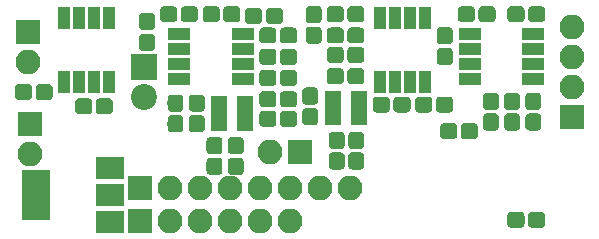
<source format=gbr>
G04 #@! TF.GenerationSoftware,KiCad,Pcbnew,(5.0.0-rc2-178-g3c7b91b96)*
G04 #@! TF.CreationDate,2018-06-28T12:03:05+02:00*
G04 #@! TF.ProjectId,pcb2,706362322E6B696361645F7063620000,1*
G04 #@! TF.SameCoordinates,Original*
G04 #@! TF.FileFunction,Soldermask,Top*
G04 #@! TF.FilePolarity,Negative*
%FSLAX46Y46*%
G04 Gerber Fmt 4.6, Leading zero omitted, Abs format (unit mm)*
G04 Created by KiCad (PCBNEW (5.0.0-rc2-178-g3c7b91b96)) date 06/28/18 12:03:05*
%MOMM*%
%LPD*%
G01*
G04 APERTURE LIST*
%ADD10R,2.100000X2.100000*%
%ADD11O,2.100000X2.100000*%
%ADD12C,0.100000*%
%ADD13C,1.350000*%
%ADD14R,2.200000X2.200000*%
%ADD15C,2.200000*%
%ADD16R,1.950000X1.000000*%
%ADD17R,1.000000X1.950000*%
%ADD18R,2.400000X4.200000*%
%ADD19R,2.400000X1.900000*%
%ADD20R,1.460000X1.050000*%
G04 APERTURE END LIST*
D10*
G04 #@! TO.C,J3*
X73630000Y-97680000D03*
D11*
X76170000Y-97680000D03*
X78710000Y-97680000D03*
X81250000Y-97680000D03*
X83790000Y-97680000D03*
X86330000Y-97680000D03*
X88870000Y-97680000D03*
X91410000Y-97680000D03*
G04 #@! TD*
D10*
G04 #@! TO.C,J5*
X87130000Y-94680000D03*
D11*
X84590000Y-94680000D03*
G04 #@! TD*
D10*
G04 #@! TO.C,J4*
X73660000Y-100470000D03*
D11*
X76200000Y-100470000D03*
X78740000Y-100470000D03*
X81280000Y-100470000D03*
X83820000Y-100470000D03*
X86360000Y-100470000D03*
G04 #@! TD*
D10*
G04 #@! TO.C,J6*
X110230000Y-91680000D03*
D11*
X110230000Y-89140000D03*
X110230000Y-86600000D03*
X110230000Y-84060000D03*
G04 #@! TD*
D12*
G04 #@! TO.C,C12*
G36*
X90575581Y-82306625D02*
X90608343Y-82311485D01*
X90640471Y-82319533D01*
X90671656Y-82330691D01*
X90701596Y-82344852D01*
X90730005Y-82361879D01*
X90756608Y-82381609D01*
X90781149Y-82403851D01*
X90803391Y-82428392D01*
X90823121Y-82454995D01*
X90840148Y-82483404D01*
X90854309Y-82513344D01*
X90865467Y-82544529D01*
X90873515Y-82576657D01*
X90878375Y-82609419D01*
X90880000Y-82642500D01*
X90880000Y-83317500D01*
X90878375Y-83350581D01*
X90873515Y-83383343D01*
X90865467Y-83415471D01*
X90854309Y-83446656D01*
X90840148Y-83476596D01*
X90823121Y-83505005D01*
X90803391Y-83531608D01*
X90781149Y-83556149D01*
X90756608Y-83578391D01*
X90730005Y-83598121D01*
X90701596Y-83615148D01*
X90671656Y-83629309D01*
X90640471Y-83640467D01*
X90608343Y-83648515D01*
X90575581Y-83653375D01*
X90542500Y-83655000D01*
X89767500Y-83655000D01*
X89734419Y-83653375D01*
X89701657Y-83648515D01*
X89669529Y-83640467D01*
X89638344Y-83629309D01*
X89608404Y-83615148D01*
X89579995Y-83598121D01*
X89553392Y-83578391D01*
X89528851Y-83556149D01*
X89506609Y-83531608D01*
X89486879Y-83505005D01*
X89469852Y-83476596D01*
X89455691Y-83446656D01*
X89444533Y-83415471D01*
X89436485Y-83383343D01*
X89431625Y-83350581D01*
X89430000Y-83317500D01*
X89430000Y-82642500D01*
X89431625Y-82609419D01*
X89436485Y-82576657D01*
X89444533Y-82544529D01*
X89455691Y-82513344D01*
X89469852Y-82483404D01*
X89486879Y-82454995D01*
X89506609Y-82428392D01*
X89528851Y-82403851D01*
X89553392Y-82381609D01*
X89579995Y-82361879D01*
X89608404Y-82344852D01*
X89638344Y-82330691D01*
X89669529Y-82319533D01*
X89701657Y-82311485D01*
X89734419Y-82306625D01*
X89767500Y-82305000D01*
X90542500Y-82305000D01*
X90575581Y-82306625D01*
X90575581Y-82306625D01*
G37*
D13*
X90155000Y-82980000D03*
D12*
G36*
X92325581Y-82306625D02*
X92358343Y-82311485D01*
X92390471Y-82319533D01*
X92421656Y-82330691D01*
X92451596Y-82344852D01*
X92480005Y-82361879D01*
X92506608Y-82381609D01*
X92531149Y-82403851D01*
X92553391Y-82428392D01*
X92573121Y-82454995D01*
X92590148Y-82483404D01*
X92604309Y-82513344D01*
X92615467Y-82544529D01*
X92623515Y-82576657D01*
X92628375Y-82609419D01*
X92630000Y-82642500D01*
X92630000Y-83317500D01*
X92628375Y-83350581D01*
X92623515Y-83383343D01*
X92615467Y-83415471D01*
X92604309Y-83446656D01*
X92590148Y-83476596D01*
X92573121Y-83505005D01*
X92553391Y-83531608D01*
X92531149Y-83556149D01*
X92506608Y-83578391D01*
X92480005Y-83598121D01*
X92451596Y-83615148D01*
X92421656Y-83629309D01*
X92390471Y-83640467D01*
X92358343Y-83648515D01*
X92325581Y-83653375D01*
X92292500Y-83655000D01*
X91517500Y-83655000D01*
X91484419Y-83653375D01*
X91451657Y-83648515D01*
X91419529Y-83640467D01*
X91388344Y-83629309D01*
X91358404Y-83615148D01*
X91329995Y-83598121D01*
X91303392Y-83578391D01*
X91278851Y-83556149D01*
X91256609Y-83531608D01*
X91236879Y-83505005D01*
X91219852Y-83476596D01*
X91205691Y-83446656D01*
X91194533Y-83415471D01*
X91186485Y-83383343D01*
X91181625Y-83350581D01*
X91180000Y-83317500D01*
X91180000Y-82642500D01*
X91181625Y-82609419D01*
X91186485Y-82576657D01*
X91194533Y-82544529D01*
X91205691Y-82513344D01*
X91219852Y-82483404D01*
X91236879Y-82454995D01*
X91256609Y-82428392D01*
X91278851Y-82403851D01*
X91303392Y-82381609D01*
X91329995Y-82361879D01*
X91358404Y-82344852D01*
X91388344Y-82330691D01*
X91419529Y-82319533D01*
X91451657Y-82311485D01*
X91484419Y-82306625D01*
X91517500Y-82305000D01*
X92292500Y-82305000D01*
X92325581Y-82306625D01*
X92325581Y-82306625D01*
G37*
D13*
X91905000Y-82980000D03*
G04 #@! TD*
D12*
G04 #@! TO.C,C24*
G36*
X99825581Y-89956625D02*
X99858343Y-89961485D01*
X99890471Y-89969533D01*
X99921656Y-89980691D01*
X99951596Y-89994852D01*
X99980005Y-90011879D01*
X100006608Y-90031609D01*
X100031149Y-90053851D01*
X100053391Y-90078392D01*
X100073121Y-90104995D01*
X100090148Y-90133404D01*
X100104309Y-90163344D01*
X100115467Y-90194529D01*
X100123515Y-90226657D01*
X100128375Y-90259419D01*
X100130000Y-90292500D01*
X100130000Y-90967500D01*
X100128375Y-91000581D01*
X100123515Y-91033343D01*
X100115467Y-91065471D01*
X100104309Y-91096656D01*
X100090148Y-91126596D01*
X100073121Y-91155005D01*
X100053391Y-91181608D01*
X100031149Y-91206149D01*
X100006608Y-91228391D01*
X99980005Y-91248121D01*
X99951596Y-91265148D01*
X99921656Y-91279309D01*
X99890471Y-91290467D01*
X99858343Y-91298515D01*
X99825581Y-91303375D01*
X99792500Y-91305000D01*
X99017500Y-91305000D01*
X98984419Y-91303375D01*
X98951657Y-91298515D01*
X98919529Y-91290467D01*
X98888344Y-91279309D01*
X98858404Y-91265148D01*
X98829995Y-91248121D01*
X98803392Y-91228391D01*
X98778851Y-91206149D01*
X98756609Y-91181608D01*
X98736879Y-91155005D01*
X98719852Y-91126596D01*
X98705691Y-91096656D01*
X98694533Y-91065471D01*
X98686485Y-91033343D01*
X98681625Y-91000581D01*
X98680000Y-90967500D01*
X98680000Y-90292500D01*
X98681625Y-90259419D01*
X98686485Y-90226657D01*
X98694533Y-90194529D01*
X98705691Y-90163344D01*
X98719852Y-90133404D01*
X98736879Y-90104995D01*
X98756609Y-90078392D01*
X98778851Y-90053851D01*
X98803392Y-90031609D01*
X98829995Y-90011879D01*
X98858404Y-89994852D01*
X98888344Y-89980691D01*
X98919529Y-89969533D01*
X98951657Y-89961485D01*
X98984419Y-89956625D01*
X99017500Y-89955000D01*
X99792500Y-89955000D01*
X99825581Y-89956625D01*
X99825581Y-89956625D01*
G37*
D13*
X99405000Y-90630000D03*
D12*
G36*
X98075581Y-89956625D02*
X98108343Y-89961485D01*
X98140471Y-89969533D01*
X98171656Y-89980691D01*
X98201596Y-89994852D01*
X98230005Y-90011879D01*
X98256608Y-90031609D01*
X98281149Y-90053851D01*
X98303391Y-90078392D01*
X98323121Y-90104995D01*
X98340148Y-90133404D01*
X98354309Y-90163344D01*
X98365467Y-90194529D01*
X98373515Y-90226657D01*
X98378375Y-90259419D01*
X98380000Y-90292500D01*
X98380000Y-90967500D01*
X98378375Y-91000581D01*
X98373515Y-91033343D01*
X98365467Y-91065471D01*
X98354309Y-91096656D01*
X98340148Y-91126596D01*
X98323121Y-91155005D01*
X98303391Y-91181608D01*
X98281149Y-91206149D01*
X98256608Y-91228391D01*
X98230005Y-91248121D01*
X98201596Y-91265148D01*
X98171656Y-91279309D01*
X98140471Y-91290467D01*
X98108343Y-91298515D01*
X98075581Y-91303375D01*
X98042500Y-91305000D01*
X97267500Y-91305000D01*
X97234419Y-91303375D01*
X97201657Y-91298515D01*
X97169529Y-91290467D01*
X97138344Y-91279309D01*
X97108404Y-91265148D01*
X97079995Y-91248121D01*
X97053392Y-91228391D01*
X97028851Y-91206149D01*
X97006609Y-91181608D01*
X96986879Y-91155005D01*
X96969852Y-91126596D01*
X96955691Y-91096656D01*
X96944533Y-91065471D01*
X96936485Y-91033343D01*
X96931625Y-91000581D01*
X96930000Y-90967500D01*
X96930000Y-90292500D01*
X96931625Y-90259419D01*
X96936485Y-90226657D01*
X96944533Y-90194529D01*
X96955691Y-90163344D01*
X96969852Y-90133404D01*
X96986879Y-90104995D01*
X97006609Y-90078392D01*
X97028851Y-90053851D01*
X97053392Y-90031609D01*
X97079995Y-90011879D01*
X97108404Y-89994852D01*
X97138344Y-89980691D01*
X97169529Y-89969533D01*
X97201657Y-89961485D01*
X97234419Y-89956625D01*
X97267500Y-89955000D01*
X98042500Y-89955000D01*
X98075581Y-89956625D01*
X98075581Y-89956625D01*
G37*
D13*
X97655000Y-90630000D03*
G04 #@! TD*
D12*
G04 #@! TO.C,C23*
G36*
X90575581Y-84106625D02*
X90608343Y-84111485D01*
X90640471Y-84119533D01*
X90671656Y-84130691D01*
X90701596Y-84144852D01*
X90730005Y-84161879D01*
X90756608Y-84181609D01*
X90781149Y-84203851D01*
X90803391Y-84228392D01*
X90823121Y-84254995D01*
X90840148Y-84283404D01*
X90854309Y-84313344D01*
X90865467Y-84344529D01*
X90873515Y-84376657D01*
X90878375Y-84409419D01*
X90880000Y-84442500D01*
X90880000Y-85117500D01*
X90878375Y-85150581D01*
X90873515Y-85183343D01*
X90865467Y-85215471D01*
X90854309Y-85246656D01*
X90840148Y-85276596D01*
X90823121Y-85305005D01*
X90803391Y-85331608D01*
X90781149Y-85356149D01*
X90756608Y-85378391D01*
X90730005Y-85398121D01*
X90701596Y-85415148D01*
X90671656Y-85429309D01*
X90640471Y-85440467D01*
X90608343Y-85448515D01*
X90575581Y-85453375D01*
X90542500Y-85455000D01*
X89767500Y-85455000D01*
X89734419Y-85453375D01*
X89701657Y-85448515D01*
X89669529Y-85440467D01*
X89638344Y-85429309D01*
X89608404Y-85415148D01*
X89579995Y-85398121D01*
X89553392Y-85378391D01*
X89528851Y-85356149D01*
X89506609Y-85331608D01*
X89486879Y-85305005D01*
X89469852Y-85276596D01*
X89455691Y-85246656D01*
X89444533Y-85215471D01*
X89436485Y-85183343D01*
X89431625Y-85150581D01*
X89430000Y-85117500D01*
X89430000Y-84442500D01*
X89431625Y-84409419D01*
X89436485Y-84376657D01*
X89444533Y-84344529D01*
X89455691Y-84313344D01*
X89469852Y-84283404D01*
X89486879Y-84254995D01*
X89506609Y-84228392D01*
X89528851Y-84203851D01*
X89553392Y-84181609D01*
X89579995Y-84161879D01*
X89608404Y-84144852D01*
X89638344Y-84130691D01*
X89669529Y-84119533D01*
X89701657Y-84111485D01*
X89734419Y-84106625D01*
X89767500Y-84105000D01*
X90542500Y-84105000D01*
X90575581Y-84106625D01*
X90575581Y-84106625D01*
G37*
D13*
X90155000Y-84780000D03*
D12*
G36*
X92325581Y-84106625D02*
X92358343Y-84111485D01*
X92390471Y-84119533D01*
X92421656Y-84130691D01*
X92451596Y-84144852D01*
X92480005Y-84161879D01*
X92506608Y-84181609D01*
X92531149Y-84203851D01*
X92553391Y-84228392D01*
X92573121Y-84254995D01*
X92590148Y-84283404D01*
X92604309Y-84313344D01*
X92615467Y-84344529D01*
X92623515Y-84376657D01*
X92628375Y-84409419D01*
X92630000Y-84442500D01*
X92630000Y-85117500D01*
X92628375Y-85150581D01*
X92623515Y-85183343D01*
X92615467Y-85215471D01*
X92604309Y-85246656D01*
X92590148Y-85276596D01*
X92573121Y-85305005D01*
X92553391Y-85331608D01*
X92531149Y-85356149D01*
X92506608Y-85378391D01*
X92480005Y-85398121D01*
X92451596Y-85415148D01*
X92421656Y-85429309D01*
X92390471Y-85440467D01*
X92358343Y-85448515D01*
X92325581Y-85453375D01*
X92292500Y-85455000D01*
X91517500Y-85455000D01*
X91484419Y-85453375D01*
X91451657Y-85448515D01*
X91419529Y-85440467D01*
X91388344Y-85429309D01*
X91358404Y-85415148D01*
X91329995Y-85398121D01*
X91303392Y-85378391D01*
X91278851Y-85356149D01*
X91256609Y-85331608D01*
X91236879Y-85305005D01*
X91219852Y-85276596D01*
X91205691Y-85246656D01*
X91194533Y-85215471D01*
X91186485Y-85183343D01*
X91181625Y-85150581D01*
X91180000Y-85117500D01*
X91180000Y-84442500D01*
X91181625Y-84409419D01*
X91186485Y-84376657D01*
X91194533Y-84344529D01*
X91205691Y-84313344D01*
X91219852Y-84283404D01*
X91236879Y-84254995D01*
X91256609Y-84228392D01*
X91278851Y-84203851D01*
X91303392Y-84181609D01*
X91329995Y-84161879D01*
X91358404Y-84144852D01*
X91388344Y-84130691D01*
X91419529Y-84119533D01*
X91451657Y-84111485D01*
X91484419Y-84106625D01*
X91517500Y-84105000D01*
X92292500Y-84105000D01*
X92325581Y-84106625D01*
X92325581Y-84106625D01*
G37*
D13*
X91905000Y-84780000D03*
G04 #@! TD*
D12*
G04 #@! TO.C,C22*
G36*
X86625581Y-91156625D02*
X86658343Y-91161485D01*
X86690471Y-91169533D01*
X86721656Y-91180691D01*
X86751596Y-91194852D01*
X86780005Y-91211879D01*
X86806608Y-91231609D01*
X86831149Y-91253851D01*
X86853391Y-91278392D01*
X86873121Y-91304995D01*
X86890148Y-91333404D01*
X86904309Y-91363344D01*
X86915467Y-91394529D01*
X86923515Y-91426657D01*
X86928375Y-91459419D01*
X86930000Y-91492500D01*
X86930000Y-92167500D01*
X86928375Y-92200581D01*
X86923515Y-92233343D01*
X86915467Y-92265471D01*
X86904309Y-92296656D01*
X86890148Y-92326596D01*
X86873121Y-92355005D01*
X86853391Y-92381608D01*
X86831149Y-92406149D01*
X86806608Y-92428391D01*
X86780005Y-92448121D01*
X86751596Y-92465148D01*
X86721656Y-92479309D01*
X86690471Y-92490467D01*
X86658343Y-92498515D01*
X86625581Y-92503375D01*
X86592500Y-92505000D01*
X85817500Y-92505000D01*
X85784419Y-92503375D01*
X85751657Y-92498515D01*
X85719529Y-92490467D01*
X85688344Y-92479309D01*
X85658404Y-92465148D01*
X85629995Y-92448121D01*
X85603392Y-92428391D01*
X85578851Y-92406149D01*
X85556609Y-92381608D01*
X85536879Y-92355005D01*
X85519852Y-92326596D01*
X85505691Y-92296656D01*
X85494533Y-92265471D01*
X85486485Y-92233343D01*
X85481625Y-92200581D01*
X85480000Y-92167500D01*
X85480000Y-91492500D01*
X85481625Y-91459419D01*
X85486485Y-91426657D01*
X85494533Y-91394529D01*
X85505691Y-91363344D01*
X85519852Y-91333404D01*
X85536879Y-91304995D01*
X85556609Y-91278392D01*
X85578851Y-91253851D01*
X85603392Y-91231609D01*
X85629995Y-91211879D01*
X85658404Y-91194852D01*
X85688344Y-91180691D01*
X85719529Y-91169533D01*
X85751657Y-91161485D01*
X85784419Y-91156625D01*
X85817500Y-91155000D01*
X86592500Y-91155000D01*
X86625581Y-91156625D01*
X86625581Y-91156625D01*
G37*
D13*
X86205000Y-91830000D03*
D12*
G36*
X84875581Y-91156625D02*
X84908343Y-91161485D01*
X84940471Y-91169533D01*
X84971656Y-91180691D01*
X85001596Y-91194852D01*
X85030005Y-91211879D01*
X85056608Y-91231609D01*
X85081149Y-91253851D01*
X85103391Y-91278392D01*
X85123121Y-91304995D01*
X85140148Y-91333404D01*
X85154309Y-91363344D01*
X85165467Y-91394529D01*
X85173515Y-91426657D01*
X85178375Y-91459419D01*
X85180000Y-91492500D01*
X85180000Y-92167500D01*
X85178375Y-92200581D01*
X85173515Y-92233343D01*
X85165467Y-92265471D01*
X85154309Y-92296656D01*
X85140148Y-92326596D01*
X85123121Y-92355005D01*
X85103391Y-92381608D01*
X85081149Y-92406149D01*
X85056608Y-92428391D01*
X85030005Y-92448121D01*
X85001596Y-92465148D01*
X84971656Y-92479309D01*
X84940471Y-92490467D01*
X84908343Y-92498515D01*
X84875581Y-92503375D01*
X84842500Y-92505000D01*
X84067500Y-92505000D01*
X84034419Y-92503375D01*
X84001657Y-92498515D01*
X83969529Y-92490467D01*
X83938344Y-92479309D01*
X83908404Y-92465148D01*
X83879995Y-92448121D01*
X83853392Y-92428391D01*
X83828851Y-92406149D01*
X83806609Y-92381608D01*
X83786879Y-92355005D01*
X83769852Y-92326596D01*
X83755691Y-92296656D01*
X83744533Y-92265471D01*
X83736485Y-92233343D01*
X83731625Y-92200581D01*
X83730000Y-92167500D01*
X83730000Y-91492500D01*
X83731625Y-91459419D01*
X83736485Y-91426657D01*
X83744533Y-91394529D01*
X83755691Y-91363344D01*
X83769852Y-91333404D01*
X83786879Y-91304995D01*
X83806609Y-91278392D01*
X83828851Y-91253851D01*
X83853392Y-91231609D01*
X83879995Y-91211879D01*
X83908404Y-91194852D01*
X83938344Y-91180691D01*
X83969529Y-91169533D01*
X84001657Y-91161485D01*
X84034419Y-91156625D01*
X84067500Y-91155000D01*
X84842500Y-91155000D01*
X84875581Y-91156625D01*
X84875581Y-91156625D01*
G37*
D13*
X84455000Y-91830000D03*
G04 #@! TD*
D12*
G04 #@! TO.C,C21*
G36*
X86625581Y-84106625D02*
X86658343Y-84111485D01*
X86690471Y-84119533D01*
X86721656Y-84130691D01*
X86751596Y-84144852D01*
X86780005Y-84161879D01*
X86806608Y-84181609D01*
X86831149Y-84203851D01*
X86853391Y-84228392D01*
X86873121Y-84254995D01*
X86890148Y-84283404D01*
X86904309Y-84313344D01*
X86915467Y-84344529D01*
X86923515Y-84376657D01*
X86928375Y-84409419D01*
X86930000Y-84442500D01*
X86930000Y-85117500D01*
X86928375Y-85150581D01*
X86923515Y-85183343D01*
X86915467Y-85215471D01*
X86904309Y-85246656D01*
X86890148Y-85276596D01*
X86873121Y-85305005D01*
X86853391Y-85331608D01*
X86831149Y-85356149D01*
X86806608Y-85378391D01*
X86780005Y-85398121D01*
X86751596Y-85415148D01*
X86721656Y-85429309D01*
X86690471Y-85440467D01*
X86658343Y-85448515D01*
X86625581Y-85453375D01*
X86592500Y-85455000D01*
X85817500Y-85455000D01*
X85784419Y-85453375D01*
X85751657Y-85448515D01*
X85719529Y-85440467D01*
X85688344Y-85429309D01*
X85658404Y-85415148D01*
X85629995Y-85398121D01*
X85603392Y-85378391D01*
X85578851Y-85356149D01*
X85556609Y-85331608D01*
X85536879Y-85305005D01*
X85519852Y-85276596D01*
X85505691Y-85246656D01*
X85494533Y-85215471D01*
X85486485Y-85183343D01*
X85481625Y-85150581D01*
X85480000Y-85117500D01*
X85480000Y-84442500D01*
X85481625Y-84409419D01*
X85486485Y-84376657D01*
X85494533Y-84344529D01*
X85505691Y-84313344D01*
X85519852Y-84283404D01*
X85536879Y-84254995D01*
X85556609Y-84228392D01*
X85578851Y-84203851D01*
X85603392Y-84181609D01*
X85629995Y-84161879D01*
X85658404Y-84144852D01*
X85688344Y-84130691D01*
X85719529Y-84119533D01*
X85751657Y-84111485D01*
X85784419Y-84106625D01*
X85817500Y-84105000D01*
X86592500Y-84105000D01*
X86625581Y-84106625D01*
X86625581Y-84106625D01*
G37*
D13*
X86205000Y-84780000D03*
D12*
G36*
X84875581Y-84106625D02*
X84908343Y-84111485D01*
X84940471Y-84119533D01*
X84971656Y-84130691D01*
X85001596Y-84144852D01*
X85030005Y-84161879D01*
X85056608Y-84181609D01*
X85081149Y-84203851D01*
X85103391Y-84228392D01*
X85123121Y-84254995D01*
X85140148Y-84283404D01*
X85154309Y-84313344D01*
X85165467Y-84344529D01*
X85173515Y-84376657D01*
X85178375Y-84409419D01*
X85180000Y-84442500D01*
X85180000Y-85117500D01*
X85178375Y-85150581D01*
X85173515Y-85183343D01*
X85165467Y-85215471D01*
X85154309Y-85246656D01*
X85140148Y-85276596D01*
X85123121Y-85305005D01*
X85103391Y-85331608D01*
X85081149Y-85356149D01*
X85056608Y-85378391D01*
X85030005Y-85398121D01*
X85001596Y-85415148D01*
X84971656Y-85429309D01*
X84940471Y-85440467D01*
X84908343Y-85448515D01*
X84875581Y-85453375D01*
X84842500Y-85455000D01*
X84067500Y-85455000D01*
X84034419Y-85453375D01*
X84001657Y-85448515D01*
X83969529Y-85440467D01*
X83938344Y-85429309D01*
X83908404Y-85415148D01*
X83879995Y-85398121D01*
X83853392Y-85378391D01*
X83828851Y-85356149D01*
X83806609Y-85331608D01*
X83786879Y-85305005D01*
X83769852Y-85276596D01*
X83755691Y-85246656D01*
X83744533Y-85215471D01*
X83736485Y-85183343D01*
X83731625Y-85150581D01*
X83730000Y-85117500D01*
X83730000Y-84442500D01*
X83731625Y-84409419D01*
X83736485Y-84376657D01*
X83744533Y-84344529D01*
X83755691Y-84313344D01*
X83769852Y-84283404D01*
X83786879Y-84254995D01*
X83806609Y-84228392D01*
X83828851Y-84203851D01*
X83853392Y-84181609D01*
X83879995Y-84161879D01*
X83908404Y-84144852D01*
X83938344Y-84130691D01*
X83969529Y-84119533D01*
X84001657Y-84111485D01*
X84034419Y-84106625D01*
X84067500Y-84105000D01*
X84842500Y-84105000D01*
X84875581Y-84106625D01*
X84875581Y-84106625D01*
G37*
D13*
X84455000Y-84780000D03*
G04 #@! TD*
D12*
G04 #@! TO.C,C20*
G36*
X81825581Y-82306625D02*
X81858343Y-82311485D01*
X81890471Y-82319533D01*
X81921656Y-82330691D01*
X81951596Y-82344852D01*
X81980005Y-82361879D01*
X82006608Y-82381609D01*
X82031149Y-82403851D01*
X82053391Y-82428392D01*
X82073121Y-82454995D01*
X82090148Y-82483404D01*
X82104309Y-82513344D01*
X82115467Y-82544529D01*
X82123515Y-82576657D01*
X82128375Y-82609419D01*
X82130000Y-82642500D01*
X82130000Y-83317500D01*
X82128375Y-83350581D01*
X82123515Y-83383343D01*
X82115467Y-83415471D01*
X82104309Y-83446656D01*
X82090148Y-83476596D01*
X82073121Y-83505005D01*
X82053391Y-83531608D01*
X82031149Y-83556149D01*
X82006608Y-83578391D01*
X81980005Y-83598121D01*
X81951596Y-83615148D01*
X81921656Y-83629309D01*
X81890471Y-83640467D01*
X81858343Y-83648515D01*
X81825581Y-83653375D01*
X81792500Y-83655000D01*
X81017500Y-83655000D01*
X80984419Y-83653375D01*
X80951657Y-83648515D01*
X80919529Y-83640467D01*
X80888344Y-83629309D01*
X80858404Y-83615148D01*
X80829995Y-83598121D01*
X80803392Y-83578391D01*
X80778851Y-83556149D01*
X80756609Y-83531608D01*
X80736879Y-83505005D01*
X80719852Y-83476596D01*
X80705691Y-83446656D01*
X80694533Y-83415471D01*
X80686485Y-83383343D01*
X80681625Y-83350581D01*
X80680000Y-83317500D01*
X80680000Y-82642500D01*
X80681625Y-82609419D01*
X80686485Y-82576657D01*
X80694533Y-82544529D01*
X80705691Y-82513344D01*
X80719852Y-82483404D01*
X80736879Y-82454995D01*
X80756609Y-82428392D01*
X80778851Y-82403851D01*
X80803392Y-82381609D01*
X80829995Y-82361879D01*
X80858404Y-82344852D01*
X80888344Y-82330691D01*
X80919529Y-82319533D01*
X80951657Y-82311485D01*
X80984419Y-82306625D01*
X81017500Y-82305000D01*
X81792500Y-82305000D01*
X81825581Y-82306625D01*
X81825581Y-82306625D01*
G37*
D13*
X81405000Y-82980000D03*
D12*
G36*
X80075581Y-82306625D02*
X80108343Y-82311485D01*
X80140471Y-82319533D01*
X80171656Y-82330691D01*
X80201596Y-82344852D01*
X80230005Y-82361879D01*
X80256608Y-82381609D01*
X80281149Y-82403851D01*
X80303391Y-82428392D01*
X80323121Y-82454995D01*
X80340148Y-82483404D01*
X80354309Y-82513344D01*
X80365467Y-82544529D01*
X80373515Y-82576657D01*
X80378375Y-82609419D01*
X80380000Y-82642500D01*
X80380000Y-83317500D01*
X80378375Y-83350581D01*
X80373515Y-83383343D01*
X80365467Y-83415471D01*
X80354309Y-83446656D01*
X80340148Y-83476596D01*
X80323121Y-83505005D01*
X80303391Y-83531608D01*
X80281149Y-83556149D01*
X80256608Y-83578391D01*
X80230005Y-83598121D01*
X80201596Y-83615148D01*
X80171656Y-83629309D01*
X80140471Y-83640467D01*
X80108343Y-83648515D01*
X80075581Y-83653375D01*
X80042500Y-83655000D01*
X79267500Y-83655000D01*
X79234419Y-83653375D01*
X79201657Y-83648515D01*
X79169529Y-83640467D01*
X79138344Y-83629309D01*
X79108404Y-83615148D01*
X79079995Y-83598121D01*
X79053392Y-83578391D01*
X79028851Y-83556149D01*
X79006609Y-83531608D01*
X78986879Y-83505005D01*
X78969852Y-83476596D01*
X78955691Y-83446656D01*
X78944533Y-83415471D01*
X78936485Y-83383343D01*
X78931625Y-83350581D01*
X78930000Y-83317500D01*
X78930000Y-82642500D01*
X78931625Y-82609419D01*
X78936485Y-82576657D01*
X78944533Y-82544529D01*
X78955691Y-82513344D01*
X78969852Y-82483404D01*
X78986879Y-82454995D01*
X79006609Y-82428392D01*
X79028851Y-82403851D01*
X79053392Y-82381609D01*
X79079995Y-82361879D01*
X79108404Y-82344852D01*
X79138344Y-82330691D01*
X79169529Y-82319533D01*
X79201657Y-82311485D01*
X79234419Y-82306625D01*
X79267500Y-82305000D01*
X80042500Y-82305000D01*
X80075581Y-82306625D01*
X80075581Y-82306625D01*
G37*
D13*
X79655000Y-82980000D03*
G04 #@! TD*
D12*
G04 #@! TO.C,C19*
G36*
X88700581Y-82281625D02*
X88733343Y-82286485D01*
X88765471Y-82294533D01*
X88796656Y-82305691D01*
X88826596Y-82319852D01*
X88855005Y-82336879D01*
X88881608Y-82356609D01*
X88906149Y-82378851D01*
X88928391Y-82403392D01*
X88948121Y-82429995D01*
X88965148Y-82458404D01*
X88979309Y-82488344D01*
X88990467Y-82519529D01*
X88998515Y-82551657D01*
X89003375Y-82584419D01*
X89005000Y-82617500D01*
X89005000Y-83392500D01*
X89003375Y-83425581D01*
X88998515Y-83458343D01*
X88990467Y-83490471D01*
X88979309Y-83521656D01*
X88965148Y-83551596D01*
X88948121Y-83580005D01*
X88928391Y-83606608D01*
X88906149Y-83631149D01*
X88881608Y-83653391D01*
X88855005Y-83673121D01*
X88826596Y-83690148D01*
X88796656Y-83704309D01*
X88765471Y-83715467D01*
X88733343Y-83723515D01*
X88700581Y-83728375D01*
X88667500Y-83730000D01*
X87992500Y-83730000D01*
X87959419Y-83728375D01*
X87926657Y-83723515D01*
X87894529Y-83715467D01*
X87863344Y-83704309D01*
X87833404Y-83690148D01*
X87804995Y-83673121D01*
X87778392Y-83653391D01*
X87753851Y-83631149D01*
X87731609Y-83606608D01*
X87711879Y-83580005D01*
X87694852Y-83551596D01*
X87680691Y-83521656D01*
X87669533Y-83490471D01*
X87661485Y-83458343D01*
X87656625Y-83425581D01*
X87655000Y-83392500D01*
X87655000Y-82617500D01*
X87656625Y-82584419D01*
X87661485Y-82551657D01*
X87669533Y-82519529D01*
X87680691Y-82488344D01*
X87694852Y-82458404D01*
X87711879Y-82429995D01*
X87731609Y-82403392D01*
X87753851Y-82378851D01*
X87778392Y-82356609D01*
X87804995Y-82336879D01*
X87833404Y-82319852D01*
X87863344Y-82305691D01*
X87894529Y-82294533D01*
X87926657Y-82286485D01*
X87959419Y-82281625D01*
X87992500Y-82280000D01*
X88667500Y-82280000D01*
X88700581Y-82281625D01*
X88700581Y-82281625D01*
G37*
D13*
X88330000Y-83005000D03*
D12*
G36*
X88700581Y-84031625D02*
X88733343Y-84036485D01*
X88765471Y-84044533D01*
X88796656Y-84055691D01*
X88826596Y-84069852D01*
X88855005Y-84086879D01*
X88881608Y-84106609D01*
X88906149Y-84128851D01*
X88928391Y-84153392D01*
X88948121Y-84179995D01*
X88965148Y-84208404D01*
X88979309Y-84238344D01*
X88990467Y-84269529D01*
X88998515Y-84301657D01*
X89003375Y-84334419D01*
X89005000Y-84367500D01*
X89005000Y-85142500D01*
X89003375Y-85175581D01*
X88998515Y-85208343D01*
X88990467Y-85240471D01*
X88979309Y-85271656D01*
X88965148Y-85301596D01*
X88948121Y-85330005D01*
X88928391Y-85356608D01*
X88906149Y-85381149D01*
X88881608Y-85403391D01*
X88855005Y-85423121D01*
X88826596Y-85440148D01*
X88796656Y-85454309D01*
X88765471Y-85465467D01*
X88733343Y-85473515D01*
X88700581Y-85478375D01*
X88667500Y-85480000D01*
X87992500Y-85480000D01*
X87959419Y-85478375D01*
X87926657Y-85473515D01*
X87894529Y-85465467D01*
X87863344Y-85454309D01*
X87833404Y-85440148D01*
X87804995Y-85423121D01*
X87778392Y-85403391D01*
X87753851Y-85381149D01*
X87731609Y-85356608D01*
X87711879Y-85330005D01*
X87694852Y-85301596D01*
X87680691Y-85271656D01*
X87669533Y-85240471D01*
X87661485Y-85208343D01*
X87656625Y-85175581D01*
X87655000Y-85142500D01*
X87655000Y-84367500D01*
X87656625Y-84334419D01*
X87661485Y-84301657D01*
X87669533Y-84269529D01*
X87680691Y-84238344D01*
X87694852Y-84208404D01*
X87711879Y-84179995D01*
X87731609Y-84153392D01*
X87753851Y-84128851D01*
X87778392Y-84106609D01*
X87804995Y-84086879D01*
X87833404Y-84069852D01*
X87863344Y-84055691D01*
X87894529Y-84044533D01*
X87926657Y-84036485D01*
X87959419Y-84031625D01*
X87992500Y-84030000D01*
X88667500Y-84030000D01*
X88700581Y-84031625D01*
X88700581Y-84031625D01*
G37*
D13*
X88330000Y-84755000D03*
G04 #@! TD*
D12*
G04 #@! TO.C,C18*
G36*
X86625581Y-87706625D02*
X86658343Y-87711485D01*
X86690471Y-87719533D01*
X86721656Y-87730691D01*
X86751596Y-87744852D01*
X86780005Y-87761879D01*
X86806608Y-87781609D01*
X86831149Y-87803851D01*
X86853391Y-87828392D01*
X86873121Y-87854995D01*
X86890148Y-87883404D01*
X86904309Y-87913344D01*
X86915467Y-87944529D01*
X86923515Y-87976657D01*
X86928375Y-88009419D01*
X86930000Y-88042500D01*
X86930000Y-88717500D01*
X86928375Y-88750581D01*
X86923515Y-88783343D01*
X86915467Y-88815471D01*
X86904309Y-88846656D01*
X86890148Y-88876596D01*
X86873121Y-88905005D01*
X86853391Y-88931608D01*
X86831149Y-88956149D01*
X86806608Y-88978391D01*
X86780005Y-88998121D01*
X86751596Y-89015148D01*
X86721656Y-89029309D01*
X86690471Y-89040467D01*
X86658343Y-89048515D01*
X86625581Y-89053375D01*
X86592500Y-89055000D01*
X85817500Y-89055000D01*
X85784419Y-89053375D01*
X85751657Y-89048515D01*
X85719529Y-89040467D01*
X85688344Y-89029309D01*
X85658404Y-89015148D01*
X85629995Y-88998121D01*
X85603392Y-88978391D01*
X85578851Y-88956149D01*
X85556609Y-88931608D01*
X85536879Y-88905005D01*
X85519852Y-88876596D01*
X85505691Y-88846656D01*
X85494533Y-88815471D01*
X85486485Y-88783343D01*
X85481625Y-88750581D01*
X85480000Y-88717500D01*
X85480000Y-88042500D01*
X85481625Y-88009419D01*
X85486485Y-87976657D01*
X85494533Y-87944529D01*
X85505691Y-87913344D01*
X85519852Y-87883404D01*
X85536879Y-87854995D01*
X85556609Y-87828392D01*
X85578851Y-87803851D01*
X85603392Y-87781609D01*
X85629995Y-87761879D01*
X85658404Y-87744852D01*
X85688344Y-87730691D01*
X85719529Y-87719533D01*
X85751657Y-87711485D01*
X85784419Y-87706625D01*
X85817500Y-87705000D01*
X86592500Y-87705000D01*
X86625581Y-87706625D01*
X86625581Y-87706625D01*
G37*
D13*
X86205000Y-88380000D03*
D12*
G36*
X84875581Y-87706625D02*
X84908343Y-87711485D01*
X84940471Y-87719533D01*
X84971656Y-87730691D01*
X85001596Y-87744852D01*
X85030005Y-87761879D01*
X85056608Y-87781609D01*
X85081149Y-87803851D01*
X85103391Y-87828392D01*
X85123121Y-87854995D01*
X85140148Y-87883404D01*
X85154309Y-87913344D01*
X85165467Y-87944529D01*
X85173515Y-87976657D01*
X85178375Y-88009419D01*
X85180000Y-88042500D01*
X85180000Y-88717500D01*
X85178375Y-88750581D01*
X85173515Y-88783343D01*
X85165467Y-88815471D01*
X85154309Y-88846656D01*
X85140148Y-88876596D01*
X85123121Y-88905005D01*
X85103391Y-88931608D01*
X85081149Y-88956149D01*
X85056608Y-88978391D01*
X85030005Y-88998121D01*
X85001596Y-89015148D01*
X84971656Y-89029309D01*
X84940471Y-89040467D01*
X84908343Y-89048515D01*
X84875581Y-89053375D01*
X84842500Y-89055000D01*
X84067500Y-89055000D01*
X84034419Y-89053375D01*
X84001657Y-89048515D01*
X83969529Y-89040467D01*
X83938344Y-89029309D01*
X83908404Y-89015148D01*
X83879995Y-88998121D01*
X83853392Y-88978391D01*
X83828851Y-88956149D01*
X83806609Y-88931608D01*
X83786879Y-88905005D01*
X83769852Y-88876596D01*
X83755691Y-88846656D01*
X83744533Y-88815471D01*
X83736485Y-88783343D01*
X83731625Y-88750581D01*
X83730000Y-88717500D01*
X83730000Y-88042500D01*
X83731625Y-88009419D01*
X83736485Y-87976657D01*
X83744533Y-87944529D01*
X83755691Y-87913344D01*
X83769852Y-87883404D01*
X83786879Y-87854995D01*
X83806609Y-87828392D01*
X83828851Y-87803851D01*
X83853392Y-87781609D01*
X83879995Y-87761879D01*
X83908404Y-87744852D01*
X83938344Y-87730691D01*
X83969529Y-87719533D01*
X84001657Y-87711485D01*
X84034419Y-87706625D01*
X84067500Y-87705000D01*
X84842500Y-87705000D01*
X84875581Y-87706625D01*
X84875581Y-87706625D01*
G37*
D13*
X84455000Y-88380000D03*
G04 #@! TD*
D12*
G04 #@! TO.C,C17*
G36*
X77000581Y-91531625D02*
X77033343Y-91536485D01*
X77065471Y-91544533D01*
X77096656Y-91555691D01*
X77126596Y-91569852D01*
X77155005Y-91586879D01*
X77181608Y-91606609D01*
X77206149Y-91628851D01*
X77228391Y-91653392D01*
X77248121Y-91679995D01*
X77265148Y-91708404D01*
X77279309Y-91738344D01*
X77290467Y-91769529D01*
X77298515Y-91801657D01*
X77303375Y-91834419D01*
X77305000Y-91867500D01*
X77305000Y-92642500D01*
X77303375Y-92675581D01*
X77298515Y-92708343D01*
X77290467Y-92740471D01*
X77279309Y-92771656D01*
X77265148Y-92801596D01*
X77248121Y-92830005D01*
X77228391Y-92856608D01*
X77206149Y-92881149D01*
X77181608Y-92903391D01*
X77155005Y-92923121D01*
X77126596Y-92940148D01*
X77096656Y-92954309D01*
X77065471Y-92965467D01*
X77033343Y-92973515D01*
X77000581Y-92978375D01*
X76967500Y-92980000D01*
X76292500Y-92980000D01*
X76259419Y-92978375D01*
X76226657Y-92973515D01*
X76194529Y-92965467D01*
X76163344Y-92954309D01*
X76133404Y-92940148D01*
X76104995Y-92923121D01*
X76078392Y-92903391D01*
X76053851Y-92881149D01*
X76031609Y-92856608D01*
X76011879Y-92830005D01*
X75994852Y-92801596D01*
X75980691Y-92771656D01*
X75969533Y-92740471D01*
X75961485Y-92708343D01*
X75956625Y-92675581D01*
X75955000Y-92642500D01*
X75955000Y-91867500D01*
X75956625Y-91834419D01*
X75961485Y-91801657D01*
X75969533Y-91769529D01*
X75980691Y-91738344D01*
X75994852Y-91708404D01*
X76011879Y-91679995D01*
X76031609Y-91653392D01*
X76053851Y-91628851D01*
X76078392Y-91606609D01*
X76104995Y-91586879D01*
X76133404Y-91569852D01*
X76163344Y-91555691D01*
X76194529Y-91544533D01*
X76226657Y-91536485D01*
X76259419Y-91531625D01*
X76292500Y-91530000D01*
X76967500Y-91530000D01*
X77000581Y-91531625D01*
X77000581Y-91531625D01*
G37*
D13*
X76630000Y-92255000D03*
D12*
G36*
X77000581Y-89781625D02*
X77033343Y-89786485D01*
X77065471Y-89794533D01*
X77096656Y-89805691D01*
X77126596Y-89819852D01*
X77155005Y-89836879D01*
X77181608Y-89856609D01*
X77206149Y-89878851D01*
X77228391Y-89903392D01*
X77248121Y-89929995D01*
X77265148Y-89958404D01*
X77279309Y-89988344D01*
X77290467Y-90019529D01*
X77298515Y-90051657D01*
X77303375Y-90084419D01*
X77305000Y-90117500D01*
X77305000Y-90892500D01*
X77303375Y-90925581D01*
X77298515Y-90958343D01*
X77290467Y-90990471D01*
X77279309Y-91021656D01*
X77265148Y-91051596D01*
X77248121Y-91080005D01*
X77228391Y-91106608D01*
X77206149Y-91131149D01*
X77181608Y-91153391D01*
X77155005Y-91173121D01*
X77126596Y-91190148D01*
X77096656Y-91204309D01*
X77065471Y-91215467D01*
X77033343Y-91223515D01*
X77000581Y-91228375D01*
X76967500Y-91230000D01*
X76292500Y-91230000D01*
X76259419Y-91228375D01*
X76226657Y-91223515D01*
X76194529Y-91215467D01*
X76163344Y-91204309D01*
X76133404Y-91190148D01*
X76104995Y-91173121D01*
X76078392Y-91153391D01*
X76053851Y-91131149D01*
X76031609Y-91106608D01*
X76011879Y-91080005D01*
X75994852Y-91051596D01*
X75980691Y-91021656D01*
X75969533Y-90990471D01*
X75961485Y-90958343D01*
X75956625Y-90925581D01*
X75955000Y-90892500D01*
X75955000Y-90117500D01*
X75956625Y-90084419D01*
X75961485Y-90051657D01*
X75969533Y-90019529D01*
X75980691Y-89988344D01*
X75994852Y-89958404D01*
X76011879Y-89929995D01*
X76031609Y-89903392D01*
X76053851Y-89878851D01*
X76078392Y-89856609D01*
X76104995Y-89836879D01*
X76133404Y-89819852D01*
X76163344Y-89805691D01*
X76194529Y-89794533D01*
X76226657Y-89786485D01*
X76259419Y-89781625D01*
X76292500Y-89780000D01*
X76967500Y-89780000D01*
X77000581Y-89781625D01*
X77000581Y-89781625D01*
G37*
D13*
X76630000Y-90505000D03*
G04 #@! TD*
D12*
G04 #@! TO.C,C16*
G36*
X105875581Y-82306625D02*
X105908343Y-82311485D01*
X105940471Y-82319533D01*
X105971656Y-82330691D01*
X106001596Y-82344852D01*
X106030005Y-82361879D01*
X106056608Y-82381609D01*
X106081149Y-82403851D01*
X106103391Y-82428392D01*
X106123121Y-82454995D01*
X106140148Y-82483404D01*
X106154309Y-82513344D01*
X106165467Y-82544529D01*
X106173515Y-82576657D01*
X106178375Y-82609419D01*
X106180000Y-82642500D01*
X106180000Y-83317500D01*
X106178375Y-83350581D01*
X106173515Y-83383343D01*
X106165467Y-83415471D01*
X106154309Y-83446656D01*
X106140148Y-83476596D01*
X106123121Y-83505005D01*
X106103391Y-83531608D01*
X106081149Y-83556149D01*
X106056608Y-83578391D01*
X106030005Y-83598121D01*
X106001596Y-83615148D01*
X105971656Y-83629309D01*
X105940471Y-83640467D01*
X105908343Y-83648515D01*
X105875581Y-83653375D01*
X105842500Y-83655000D01*
X105067500Y-83655000D01*
X105034419Y-83653375D01*
X105001657Y-83648515D01*
X104969529Y-83640467D01*
X104938344Y-83629309D01*
X104908404Y-83615148D01*
X104879995Y-83598121D01*
X104853392Y-83578391D01*
X104828851Y-83556149D01*
X104806609Y-83531608D01*
X104786879Y-83505005D01*
X104769852Y-83476596D01*
X104755691Y-83446656D01*
X104744533Y-83415471D01*
X104736485Y-83383343D01*
X104731625Y-83350581D01*
X104730000Y-83317500D01*
X104730000Y-82642500D01*
X104731625Y-82609419D01*
X104736485Y-82576657D01*
X104744533Y-82544529D01*
X104755691Y-82513344D01*
X104769852Y-82483404D01*
X104786879Y-82454995D01*
X104806609Y-82428392D01*
X104828851Y-82403851D01*
X104853392Y-82381609D01*
X104879995Y-82361879D01*
X104908404Y-82344852D01*
X104938344Y-82330691D01*
X104969529Y-82319533D01*
X105001657Y-82311485D01*
X105034419Y-82306625D01*
X105067500Y-82305000D01*
X105842500Y-82305000D01*
X105875581Y-82306625D01*
X105875581Y-82306625D01*
G37*
D13*
X105455000Y-82980000D03*
D12*
G36*
X107625581Y-82306625D02*
X107658343Y-82311485D01*
X107690471Y-82319533D01*
X107721656Y-82330691D01*
X107751596Y-82344852D01*
X107780005Y-82361879D01*
X107806608Y-82381609D01*
X107831149Y-82403851D01*
X107853391Y-82428392D01*
X107873121Y-82454995D01*
X107890148Y-82483404D01*
X107904309Y-82513344D01*
X107915467Y-82544529D01*
X107923515Y-82576657D01*
X107928375Y-82609419D01*
X107930000Y-82642500D01*
X107930000Y-83317500D01*
X107928375Y-83350581D01*
X107923515Y-83383343D01*
X107915467Y-83415471D01*
X107904309Y-83446656D01*
X107890148Y-83476596D01*
X107873121Y-83505005D01*
X107853391Y-83531608D01*
X107831149Y-83556149D01*
X107806608Y-83578391D01*
X107780005Y-83598121D01*
X107751596Y-83615148D01*
X107721656Y-83629309D01*
X107690471Y-83640467D01*
X107658343Y-83648515D01*
X107625581Y-83653375D01*
X107592500Y-83655000D01*
X106817500Y-83655000D01*
X106784419Y-83653375D01*
X106751657Y-83648515D01*
X106719529Y-83640467D01*
X106688344Y-83629309D01*
X106658404Y-83615148D01*
X106629995Y-83598121D01*
X106603392Y-83578391D01*
X106578851Y-83556149D01*
X106556609Y-83531608D01*
X106536879Y-83505005D01*
X106519852Y-83476596D01*
X106505691Y-83446656D01*
X106494533Y-83415471D01*
X106486485Y-83383343D01*
X106481625Y-83350581D01*
X106480000Y-83317500D01*
X106480000Y-82642500D01*
X106481625Y-82609419D01*
X106486485Y-82576657D01*
X106494533Y-82544529D01*
X106505691Y-82513344D01*
X106519852Y-82483404D01*
X106536879Y-82454995D01*
X106556609Y-82428392D01*
X106578851Y-82403851D01*
X106603392Y-82381609D01*
X106629995Y-82361879D01*
X106658404Y-82344852D01*
X106688344Y-82330691D01*
X106719529Y-82319533D01*
X106751657Y-82311485D01*
X106784419Y-82306625D01*
X106817500Y-82305000D01*
X107592500Y-82305000D01*
X107625581Y-82306625D01*
X107625581Y-82306625D01*
G37*
D13*
X107205000Y-82980000D03*
G04 #@! TD*
D12*
G04 #@! TO.C,C13*
G36*
X78800581Y-91531625D02*
X78833343Y-91536485D01*
X78865471Y-91544533D01*
X78896656Y-91555691D01*
X78926596Y-91569852D01*
X78955005Y-91586879D01*
X78981608Y-91606609D01*
X79006149Y-91628851D01*
X79028391Y-91653392D01*
X79048121Y-91679995D01*
X79065148Y-91708404D01*
X79079309Y-91738344D01*
X79090467Y-91769529D01*
X79098515Y-91801657D01*
X79103375Y-91834419D01*
X79105000Y-91867500D01*
X79105000Y-92642500D01*
X79103375Y-92675581D01*
X79098515Y-92708343D01*
X79090467Y-92740471D01*
X79079309Y-92771656D01*
X79065148Y-92801596D01*
X79048121Y-92830005D01*
X79028391Y-92856608D01*
X79006149Y-92881149D01*
X78981608Y-92903391D01*
X78955005Y-92923121D01*
X78926596Y-92940148D01*
X78896656Y-92954309D01*
X78865471Y-92965467D01*
X78833343Y-92973515D01*
X78800581Y-92978375D01*
X78767500Y-92980000D01*
X78092500Y-92980000D01*
X78059419Y-92978375D01*
X78026657Y-92973515D01*
X77994529Y-92965467D01*
X77963344Y-92954309D01*
X77933404Y-92940148D01*
X77904995Y-92923121D01*
X77878392Y-92903391D01*
X77853851Y-92881149D01*
X77831609Y-92856608D01*
X77811879Y-92830005D01*
X77794852Y-92801596D01*
X77780691Y-92771656D01*
X77769533Y-92740471D01*
X77761485Y-92708343D01*
X77756625Y-92675581D01*
X77755000Y-92642500D01*
X77755000Y-91867500D01*
X77756625Y-91834419D01*
X77761485Y-91801657D01*
X77769533Y-91769529D01*
X77780691Y-91738344D01*
X77794852Y-91708404D01*
X77811879Y-91679995D01*
X77831609Y-91653392D01*
X77853851Y-91628851D01*
X77878392Y-91606609D01*
X77904995Y-91586879D01*
X77933404Y-91569852D01*
X77963344Y-91555691D01*
X77994529Y-91544533D01*
X78026657Y-91536485D01*
X78059419Y-91531625D01*
X78092500Y-91530000D01*
X78767500Y-91530000D01*
X78800581Y-91531625D01*
X78800581Y-91531625D01*
G37*
D13*
X78430000Y-92255000D03*
D12*
G36*
X78800581Y-89781625D02*
X78833343Y-89786485D01*
X78865471Y-89794533D01*
X78896656Y-89805691D01*
X78926596Y-89819852D01*
X78955005Y-89836879D01*
X78981608Y-89856609D01*
X79006149Y-89878851D01*
X79028391Y-89903392D01*
X79048121Y-89929995D01*
X79065148Y-89958404D01*
X79079309Y-89988344D01*
X79090467Y-90019529D01*
X79098515Y-90051657D01*
X79103375Y-90084419D01*
X79105000Y-90117500D01*
X79105000Y-90892500D01*
X79103375Y-90925581D01*
X79098515Y-90958343D01*
X79090467Y-90990471D01*
X79079309Y-91021656D01*
X79065148Y-91051596D01*
X79048121Y-91080005D01*
X79028391Y-91106608D01*
X79006149Y-91131149D01*
X78981608Y-91153391D01*
X78955005Y-91173121D01*
X78926596Y-91190148D01*
X78896656Y-91204309D01*
X78865471Y-91215467D01*
X78833343Y-91223515D01*
X78800581Y-91228375D01*
X78767500Y-91230000D01*
X78092500Y-91230000D01*
X78059419Y-91228375D01*
X78026657Y-91223515D01*
X77994529Y-91215467D01*
X77963344Y-91204309D01*
X77933404Y-91190148D01*
X77904995Y-91173121D01*
X77878392Y-91153391D01*
X77853851Y-91131149D01*
X77831609Y-91106608D01*
X77811879Y-91080005D01*
X77794852Y-91051596D01*
X77780691Y-91021656D01*
X77769533Y-90990471D01*
X77761485Y-90958343D01*
X77756625Y-90925581D01*
X77755000Y-90892500D01*
X77755000Y-90117500D01*
X77756625Y-90084419D01*
X77761485Y-90051657D01*
X77769533Y-90019529D01*
X77780691Y-89988344D01*
X77794852Y-89958404D01*
X77811879Y-89929995D01*
X77831609Y-89903392D01*
X77853851Y-89878851D01*
X77878392Y-89856609D01*
X77904995Y-89836879D01*
X77933404Y-89819852D01*
X77963344Y-89805691D01*
X77994529Y-89794533D01*
X78026657Y-89786485D01*
X78059419Y-89781625D01*
X78092500Y-89780000D01*
X78767500Y-89780000D01*
X78800581Y-89781625D01*
X78800581Y-89781625D01*
G37*
D13*
X78430000Y-90505000D03*
G04 #@! TD*
D12*
G04 #@! TO.C,C11*
G36*
X83675581Y-82456625D02*
X83708343Y-82461485D01*
X83740471Y-82469533D01*
X83771656Y-82480691D01*
X83801596Y-82494852D01*
X83830005Y-82511879D01*
X83856608Y-82531609D01*
X83881149Y-82553851D01*
X83903391Y-82578392D01*
X83923121Y-82604995D01*
X83940148Y-82633404D01*
X83954309Y-82663344D01*
X83965467Y-82694529D01*
X83973515Y-82726657D01*
X83978375Y-82759419D01*
X83980000Y-82792500D01*
X83980000Y-83467500D01*
X83978375Y-83500581D01*
X83973515Y-83533343D01*
X83965467Y-83565471D01*
X83954309Y-83596656D01*
X83940148Y-83626596D01*
X83923121Y-83655005D01*
X83903391Y-83681608D01*
X83881149Y-83706149D01*
X83856608Y-83728391D01*
X83830005Y-83748121D01*
X83801596Y-83765148D01*
X83771656Y-83779309D01*
X83740471Y-83790467D01*
X83708343Y-83798515D01*
X83675581Y-83803375D01*
X83642500Y-83805000D01*
X82867500Y-83805000D01*
X82834419Y-83803375D01*
X82801657Y-83798515D01*
X82769529Y-83790467D01*
X82738344Y-83779309D01*
X82708404Y-83765148D01*
X82679995Y-83748121D01*
X82653392Y-83728391D01*
X82628851Y-83706149D01*
X82606609Y-83681608D01*
X82586879Y-83655005D01*
X82569852Y-83626596D01*
X82555691Y-83596656D01*
X82544533Y-83565471D01*
X82536485Y-83533343D01*
X82531625Y-83500581D01*
X82530000Y-83467500D01*
X82530000Y-82792500D01*
X82531625Y-82759419D01*
X82536485Y-82726657D01*
X82544533Y-82694529D01*
X82555691Y-82663344D01*
X82569852Y-82633404D01*
X82586879Y-82604995D01*
X82606609Y-82578392D01*
X82628851Y-82553851D01*
X82653392Y-82531609D01*
X82679995Y-82511879D01*
X82708404Y-82494852D01*
X82738344Y-82480691D01*
X82769529Y-82469533D01*
X82801657Y-82461485D01*
X82834419Y-82456625D01*
X82867500Y-82455000D01*
X83642500Y-82455000D01*
X83675581Y-82456625D01*
X83675581Y-82456625D01*
G37*
D13*
X83255000Y-83130000D03*
D12*
G36*
X85425581Y-82456625D02*
X85458343Y-82461485D01*
X85490471Y-82469533D01*
X85521656Y-82480691D01*
X85551596Y-82494852D01*
X85580005Y-82511879D01*
X85606608Y-82531609D01*
X85631149Y-82553851D01*
X85653391Y-82578392D01*
X85673121Y-82604995D01*
X85690148Y-82633404D01*
X85704309Y-82663344D01*
X85715467Y-82694529D01*
X85723515Y-82726657D01*
X85728375Y-82759419D01*
X85730000Y-82792500D01*
X85730000Y-83467500D01*
X85728375Y-83500581D01*
X85723515Y-83533343D01*
X85715467Y-83565471D01*
X85704309Y-83596656D01*
X85690148Y-83626596D01*
X85673121Y-83655005D01*
X85653391Y-83681608D01*
X85631149Y-83706149D01*
X85606608Y-83728391D01*
X85580005Y-83748121D01*
X85551596Y-83765148D01*
X85521656Y-83779309D01*
X85490471Y-83790467D01*
X85458343Y-83798515D01*
X85425581Y-83803375D01*
X85392500Y-83805000D01*
X84617500Y-83805000D01*
X84584419Y-83803375D01*
X84551657Y-83798515D01*
X84519529Y-83790467D01*
X84488344Y-83779309D01*
X84458404Y-83765148D01*
X84429995Y-83748121D01*
X84403392Y-83728391D01*
X84378851Y-83706149D01*
X84356609Y-83681608D01*
X84336879Y-83655005D01*
X84319852Y-83626596D01*
X84305691Y-83596656D01*
X84294533Y-83565471D01*
X84286485Y-83533343D01*
X84281625Y-83500581D01*
X84280000Y-83467500D01*
X84280000Y-82792500D01*
X84281625Y-82759419D01*
X84286485Y-82726657D01*
X84294533Y-82694529D01*
X84305691Y-82663344D01*
X84319852Y-82633404D01*
X84336879Y-82604995D01*
X84356609Y-82578392D01*
X84378851Y-82553851D01*
X84403392Y-82531609D01*
X84429995Y-82511879D01*
X84458404Y-82494852D01*
X84488344Y-82480691D01*
X84519529Y-82469533D01*
X84551657Y-82461485D01*
X84584419Y-82456625D01*
X84617500Y-82455000D01*
X85392500Y-82455000D01*
X85425581Y-82456625D01*
X85425581Y-82456625D01*
G37*
D13*
X85005000Y-83130000D03*
G04 #@! TD*
D12*
G04 #@! TO.C,C10*
G36*
X64175581Y-88906625D02*
X64208343Y-88911485D01*
X64240471Y-88919533D01*
X64271656Y-88930691D01*
X64301596Y-88944852D01*
X64330005Y-88961879D01*
X64356608Y-88981609D01*
X64381149Y-89003851D01*
X64403391Y-89028392D01*
X64423121Y-89054995D01*
X64440148Y-89083404D01*
X64454309Y-89113344D01*
X64465467Y-89144529D01*
X64473515Y-89176657D01*
X64478375Y-89209419D01*
X64480000Y-89242500D01*
X64480000Y-89917500D01*
X64478375Y-89950581D01*
X64473515Y-89983343D01*
X64465467Y-90015471D01*
X64454309Y-90046656D01*
X64440148Y-90076596D01*
X64423121Y-90105005D01*
X64403391Y-90131608D01*
X64381149Y-90156149D01*
X64356608Y-90178391D01*
X64330005Y-90198121D01*
X64301596Y-90215148D01*
X64271656Y-90229309D01*
X64240471Y-90240467D01*
X64208343Y-90248515D01*
X64175581Y-90253375D01*
X64142500Y-90255000D01*
X63367500Y-90255000D01*
X63334419Y-90253375D01*
X63301657Y-90248515D01*
X63269529Y-90240467D01*
X63238344Y-90229309D01*
X63208404Y-90215148D01*
X63179995Y-90198121D01*
X63153392Y-90178391D01*
X63128851Y-90156149D01*
X63106609Y-90131608D01*
X63086879Y-90105005D01*
X63069852Y-90076596D01*
X63055691Y-90046656D01*
X63044533Y-90015471D01*
X63036485Y-89983343D01*
X63031625Y-89950581D01*
X63030000Y-89917500D01*
X63030000Y-89242500D01*
X63031625Y-89209419D01*
X63036485Y-89176657D01*
X63044533Y-89144529D01*
X63055691Y-89113344D01*
X63069852Y-89083404D01*
X63086879Y-89054995D01*
X63106609Y-89028392D01*
X63128851Y-89003851D01*
X63153392Y-88981609D01*
X63179995Y-88961879D01*
X63208404Y-88944852D01*
X63238344Y-88930691D01*
X63269529Y-88919533D01*
X63301657Y-88911485D01*
X63334419Y-88906625D01*
X63367500Y-88905000D01*
X64142500Y-88905000D01*
X64175581Y-88906625D01*
X64175581Y-88906625D01*
G37*
D13*
X63755000Y-89580000D03*
D12*
G36*
X65925581Y-88906625D02*
X65958343Y-88911485D01*
X65990471Y-88919533D01*
X66021656Y-88930691D01*
X66051596Y-88944852D01*
X66080005Y-88961879D01*
X66106608Y-88981609D01*
X66131149Y-89003851D01*
X66153391Y-89028392D01*
X66173121Y-89054995D01*
X66190148Y-89083404D01*
X66204309Y-89113344D01*
X66215467Y-89144529D01*
X66223515Y-89176657D01*
X66228375Y-89209419D01*
X66230000Y-89242500D01*
X66230000Y-89917500D01*
X66228375Y-89950581D01*
X66223515Y-89983343D01*
X66215467Y-90015471D01*
X66204309Y-90046656D01*
X66190148Y-90076596D01*
X66173121Y-90105005D01*
X66153391Y-90131608D01*
X66131149Y-90156149D01*
X66106608Y-90178391D01*
X66080005Y-90198121D01*
X66051596Y-90215148D01*
X66021656Y-90229309D01*
X65990471Y-90240467D01*
X65958343Y-90248515D01*
X65925581Y-90253375D01*
X65892500Y-90255000D01*
X65117500Y-90255000D01*
X65084419Y-90253375D01*
X65051657Y-90248515D01*
X65019529Y-90240467D01*
X64988344Y-90229309D01*
X64958404Y-90215148D01*
X64929995Y-90198121D01*
X64903392Y-90178391D01*
X64878851Y-90156149D01*
X64856609Y-90131608D01*
X64836879Y-90105005D01*
X64819852Y-90076596D01*
X64805691Y-90046656D01*
X64794533Y-90015471D01*
X64786485Y-89983343D01*
X64781625Y-89950581D01*
X64780000Y-89917500D01*
X64780000Y-89242500D01*
X64781625Y-89209419D01*
X64786485Y-89176657D01*
X64794533Y-89144529D01*
X64805691Y-89113344D01*
X64819852Y-89083404D01*
X64836879Y-89054995D01*
X64856609Y-89028392D01*
X64878851Y-89003851D01*
X64903392Y-88981609D01*
X64929995Y-88961879D01*
X64958404Y-88944852D01*
X64988344Y-88930691D01*
X65019529Y-88919533D01*
X65051657Y-88911485D01*
X65084419Y-88906625D01*
X65117500Y-88905000D01*
X65892500Y-88905000D01*
X65925581Y-88906625D01*
X65925581Y-88906625D01*
G37*
D13*
X65505000Y-89580000D03*
G04 #@! TD*
D12*
G04 #@! TO.C,C9*
G36*
X71025581Y-90106625D02*
X71058343Y-90111485D01*
X71090471Y-90119533D01*
X71121656Y-90130691D01*
X71151596Y-90144852D01*
X71180005Y-90161879D01*
X71206608Y-90181609D01*
X71231149Y-90203851D01*
X71253391Y-90228392D01*
X71273121Y-90254995D01*
X71290148Y-90283404D01*
X71304309Y-90313344D01*
X71315467Y-90344529D01*
X71323515Y-90376657D01*
X71328375Y-90409419D01*
X71330000Y-90442500D01*
X71330000Y-91117500D01*
X71328375Y-91150581D01*
X71323515Y-91183343D01*
X71315467Y-91215471D01*
X71304309Y-91246656D01*
X71290148Y-91276596D01*
X71273121Y-91305005D01*
X71253391Y-91331608D01*
X71231149Y-91356149D01*
X71206608Y-91378391D01*
X71180005Y-91398121D01*
X71151596Y-91415148D01*
X71121656Y-91429309D01*
X71090471Y-91440467D01*
X71058343Y-91448515D01*
X71025581Y-91453375D01*
X70992500Y-91455000D01*
X70217500Y-91455000D01*
X70184419Y-91453375D01*
X70151657Y-91448515D01*
X70119529Y-91440467D01*
X70088344Y-91429309D01*
X70058404Y-91415148D01*
X70029995Y-91398121D01*
X70003392Y-91378391D01*
X69978851Y-91356149D01*
X69956609Y-91331608D01*
X69936879Y-91305005D01*
X69919852Y-91276596D01*
X69905691Y-91246656D01*
X69894533Y-91215471D01*
X69886485Y-91183343D01*
X69881625Y-91150581D01*
X69880000Y-91117500D01*
X69880000Y-90442500D01*
X69881625Y-90409419D01*
X69886485Y-90376657D01*
X69894533Y-90344529D01*
X69905691Y-90313344D01*
X69919852Y-90283404D01*
X69936879Y-90254995D01*
X69956609Y-90228392D01*
X69978851Y-90203851D01*
X70003392Y-90181609D01*
X70029995Y-90161879D01*
X70058404Y-90144852D01*
X70088344Y-90130691D01*
X70119529Y-90119533D01*
X70151657Y-90111485D01*
X70184419Y-90106625D01*
X70217500Y-90105000D01*
X70992500Y-90105000D01*
X71025581Y-90106625D01*
X71025581Y-90106625D01*
G37*
D13*
X70605000Y-90780000D03*
D12*
G36*
X69275581Y-90106625D02*
X69308343Y-90111485D01*
X69340471Y-90119533D01*
X69371656Y-90130691D01*
X69401596Y-90144852D01*
X69430005Y-90161879D01*
X69456608Y-90181609D01*
X69481149Y-90203851D01*
X69503391Y-90228392D01*
X69523121Y-90254995D01*
X69540148Y-90283404D01*
X69554309Y-90313344D01*
X69565467Y-90344529D01*
X69573515Y-90376657D01*
X69578375Y-90409419D01*
X69580000Y-90442500D01*
X69580000Y-91117500D01*
X69578375Y-91150581D01*
X69573515Y-91183343D01*
X69565467Y-91215471D01*
X69554309Y-91246656D01*
X69540148Y-91276596D01*
X69523121Y-91305005D01*
X69503391Y-91331608D01*
X69481149Y-91356149D01*
X69456608Y-91378391D01*
X69430005Y-91398121D01*
X69401596Y-91415148D01*
X69371656Y-91429309D01*
X69340471Y-91440467D01*
X69308343Y-91448515D01*
X69275581Y-91453375D01*
X69242500Y-91455000D01*
X68467500Y-91455000D01*
X68434419Y-91453375D01*
X68401657Y-91448515D01*
X68369529Y-91440467D01*
X68338344Y-91429309D01*
X68308404Y-91415148D01*
X68279995Y-91398121D01*
X68253392Y-91378391D01*
X68228851Y-91356149D01*
X68206609Y-91331608D01*
X68186879Y-91305005D01*
X68169852Y-91276596D01*
X68155691Y-91246656D01*
X68144533Y-91215471D01*
X68136485Y-91183343D01*
X68131625Y-91150581D01*
X68130000Y-91117500D01*
X68130000Y-90442500D01*
X68131625Y-90409419D01*
X68136485Y-90376657D01*
X68144533Y-90344529D01*
X68155691Y-90313344D01*
X68169852Y-90283404D01*
X68186879Y-90254995D01*
X68206609Y-90228392D01*
X68228851Y-90203851D01*
X68253392Y-90181609D01*
X68279995Y-90161879D01*
X68308404Y-90144852D01*
X68338344Y-90130691D01*
X68369529Y-90119533D01*
X68401657Y-90111485D01*
X68434419Y-90106625D01*
X68467500Y-90105000D01*
X69242500Y-90105000D01*
X69275581Y-90106625D01*
X69275581Y-90106625D01*
G37*
D13*
X68855000Y-90780000D03*
G04 #@! TD*
D12*
G04 #@! TO.C,C6*
G36*
X107625581Y-99706625D02*
X107658343Y-99711485D01*
X107690471Y-99719533D01*
X107721656Y-99730691D01*
X107751596Y-99744852D01*
X107780005Y-99761879D01*
X107806608Y-99781609D01*
X107831149Y-99803851D01*
X107853391Y-99828392D01*
X107873121Y-99854995D01*
X107890148Y-99883404D01*
X107904309Y-99913344D01*
X107915467Y-99944529D01*
X107923515Y-99976657D01*
X107928375Y-100009419D01*
X107930000Y-100042500D01*
X107930000Y-100717500D01*
X107928375Y-100750581D01*
X107923515Y-100783343D01*
X107915467Y-100815471D01*
X107904309Y-100846656D01*
X107890148Y-100876596D01*
X107873121Y-100905005D01*
X107853391Y-100931608D01*
X107831149Y-100956149D01*
X107806608Y-100978391D01*
X107780005Y-100998121D01*
X107751596Y-101015148D01*
X107721656Y-101029309D01*
X107690471Y-101040467D01*
X107658343Y-101048515D01*
X107625581Y-101053375D01*
X107592500Y-101055000D01*
X106817500Y-101055000D01*
X106784419Y-101053375D01*
X106751657Y-101048515D01*
X106719529Y-101040467D01*
X106688344Y-101029309D01*
X106658404Y-101015148D01*
X106629995Y-100998121D01*
X106603392Y-100978391D01*
X106578851Y-100956149D01*
X106556609Y-100931608D01*
X106536879Y-100905005D01*
X106519852Y-100876596D01*
X106505691Y-100846656D01*
X106494533Y-100815471D01*
X106486485Y-100783343D01*
X106481625Y-100750581D01*
X106480000Y-100717500D01*
X106480000Y-100042500D01*
X106481625Y-100009419D01*
X106486485Y-99976657D01*
X106494533Y-99944529D01*
X106505691Y-99913344D01*
X106519852Y-99883404D01*
X106536879Y-99854995D01*
X106556609Y-99828392D01*
X106578851Y-99803851D01*
X106603392Y-99781609D01*
X106629995Y-99761879D01*
X106658404Y-99744852D01*
X106688344Y-99730691D01*
X106719529Y-99719533D01*
X106751657Y-99711485D01*
X106784419Y-99706625D01*
X106817500Y-99705000D01*
X107592500Y-99705000D01*
X107625581Y-99706625D01*
X107625581Y-99706625D01*
G37*
D13*
X107205000Y-100380000D03*
D12*
G36*
X105875581Y-99706625D02*
X105908343Y-99711485D01*
X105940471Y-99719533D01*
X105971656Y-99730691D01*
X106001596Y-99744852D01*
X106030005Y-99761879D01*
X106056608Y-99781609D01*
X106081149Y-99803851D01*
X106103391Y-99828392D01*
X106123121Y-99854995D01*
X106140148Y-99883404D01*
X106154309Y-99913344D01*
X106165467Y-99944529D01*
X106173515Y-99976657D01*
X106178375Y-100009419D01*
X106180000Y-100042500D01*
X106180000Y-100717500D01*
X106178375Y-100750581D01*
X106173515Y-100783343D01*
X106165467Y-100815471D01*
X106154309Y-100846656D01*
X106140148Y-100876596D01*
X106123121Y-100905005D01*
X106103391Y-100931608D01*
X106081149Y-100956149D01*
X106056608Y-100978391D01*
X106030005Y-100998121D01*
X106001596Y-101015148D01*
X105971656Y-101029309D01*
X105940471Y-101040467D01*
X105908343Y-101048515D01*
X105875581Y-101053375D01*
X105842500Y-101055000D01*
X105067500Y-101055000D01*
X105034419Y-101053375D01*
X105001657Y-101048515D01*
X104969529Y-101040467D01*
X104938344Y-101029309D01*
X104908404Y-101015148D01*
X104879995Y-100998121D01*
X104853392Y-100978391D01*
X104828851Y-100956149D01*
X104806609Y-100931608D01*
X104786879Y-100905005D01*
X104769852Y-100876596D01*
X104755691Y-100846656D01*
X104744533Y-100815471D01*
X104736485Y-100783343D01*
X104731625Y-100750581D01*
X104730000Y-100717500D01*
X104730000Y-100042500D01*
X104731625Y-100009419D01*
X104736485Y-99976657D01*
X104744533Y-99944529D01*
X104755691Y-99913344D01*
X104769852Y-99883404D01*
X104786879Y-99854995D01*
X104806609Y-99828392D01*
X104828851Y-99803851D01*
X104853392Y-99781609D01*
X104879995Y-99761879D01*
X104908404Y-99744852D01*
X104938344Y-99730691D01*
X104969529Y-99719533D01*
X105001657Y-99711485D01*
X105034419Y-99706625D01*
X105067500Y-99705000D01*
X105842500Y-99705000D01*
X105875581Y-99706625D01*
X105875581Y-99706625D01*
G37*
D13*
X105455000Y-100380000D03*
G04 #@! TD*
D12*
G04 #@! TO.C,C14*
G36*
X88400581Y-90931625D02*
X88433343Y-90936485D01*
X88465471Y-90944533D01*
X88496656Y-90955691D01*
X88526596Y-90969852D01*
X88555005Y-90986879D01*
X88581608Y-91006609D01*
X88606149Y-91028851D01*
X88628391Y-91053392D01*
X88648121Y-91079995D01*
X88665148Y-91108404D01*
X88679309Y-91138344D01*
X88690467Y-91169529D01*
X88698515Y-91201657D01*
X88703375Y-91234419D01*
X88705000Y-91267500D01*
X88705000Y-92042500D01*
X88703375Y-92075581D01*
X88698515Y-92108343D01*
X88690467Y-92140471D01*
X88679309Y-92171656D01*
X88665148Y-92201596D01*
X88648121Y-92230005D01*
X88628391Y-92256608D01*
X88606149Y-92281149D01*
X88581608Y-92303391D01*
X88555005Y-92323121D01*
X88526596Y-92340148D01*
X88496656Y-92354309D01*
X88465471Y-92365467D01*
X88433343Y-92373515D01*
X88400581Y-92378375D01*
X88367500Y-92380000D01*
X87692500Y-92380000D01*
X87659419Y-92378375D01*
X87626657Y-92373515D01*
X87594529Y-92365467D01*
X87563344Y-92354309D01*
X87533404Y-92340148D01*
X87504995Y-92323121D01*
X87478392Y-92303391D01*
X87453851Y-92281149D01*
X87431609Y-92256608D01*
X87411879Y-92230005D01*
X87394852Y-92201596D01*
X87380691Y-92171656D01*
X87369533Y-92140471D01*
X87361485Y-92108343D01*
X87356625Y-92075581D01*
X87355000Y-92042500D01*
X87355000Y-91267500D01*
X87356625Y-91234419D01*
X87361485Y-91201657D01*
X87369533Y-91169529D01*
X87380691Y-91138344D01*
X87394852Y-91108404D01*
X87411879Y-91079995D01*
X87431609Y-91053392D01*
X87453851Y-91028851D01*
X87478392Y-91006609D01*
X87504995Y-90986879D01*
X87533404Y-90969852D01*
X87563344Y-90955691D01*
X87594529Y-90944533D01*
X87626657Y-90936485D01*
X87659419Y-90931625D01*
X87692500Y-90930000D01*
X88367500Y-90930000D01*
X88400581Y-90931625D01*
X88400581Y-90931625D01*
G37*
D13*
X88030000Y-91655000D03*
D12*
G36*
X88400581Y-89181625D02*
X88433343Y-89186485D01*
X88465471Y-89194533D01*
X88496656Y-89205691D01*
X88526596Y-89219852D01*
X88555005Y-89236879D01*
X88581608Y-89256609D01*
X88606149Y-89278851D01*
X88628391Y-89303392D01*
X88648121Y-89329995D01*
X88665148Y-89358404D01*
X88679309Y-89388344D01*
X88690467Y-89419529D01*
X88698515Y-89451657D01*
X88703375Y-89484419D01*
X88705000Y-89517500D01*
X88705000Y-90292500D01*
X88703375Y-90325581D01*
X88698515Y-90358343D01*
X88690467Y-90390471D01*
X88679309Y-90421656D01*
X88665148Y-90451596D01*
X88648121Y-90480005D01*
X88628391Y-90506608D01*
X88606149Y-90531149D01*
X88581608Y-90553391D01*
X88555005Y-90573121D01*
X88526596Y-90590148D01*
X88496656Y-90604309D01*
X88465471Y-90615467D01*
X88433343Y-90623515D01*
X88400581Y-90628375D01*
X88367500Y-90630000D01*
X87692500Y-90630000D01*
X87659419Y-90628375D01*
X87626657Y-90623515D01*
X87594529Y-90615467D01*
X87563344Y-90604309D01*
X87533404Y-90590148D01*
X87504995Y-90573121D01*
X87478392Y-90553391D01*
X87453851Y-90531149D01*
X87431609Y-90506608D01*
X87411879Y-90480005D01*
X87394852Y-90451596D01*
X87380691Y-90421656D01*
X87369533Y-90390471D01*
X87361485Y-90358343D01*
X87356625Y-90325581D01*
X87355000Y-90292500D01*
X87355000Y-89517500D01*
X87356625Y-89484419D01*
X87361485Y-89451657D01*
X87369533Y-89419529D01*
X87380691Y-89388344D01*
X87394852Y-89358404D01*
X87411879Y-89329995D01*
X87431609Y-89303392D01*
X87453851Y-89278851D01*
X87478392Y-89256609D01*
X87504995Y-89236879D01*
X87533404Y-89219852D01*
X87563344Y-89205691D01*
X87594529Y-89194533D01*
X87626657Y-89186485D01*
X87659419Y-89181625D01*
X87692500Y-89180000D01*
X88367500Y-89180000D01*
X88400581Y-89181625D01*
X88400581Y-89181625D01*
G37*
D13*
X88030000Y-89905000D03*
G04 #@! TD*
D12*
G04 #@! TO.C,C15*
G36*
X101675581Y-82306625D02*
X101708343Y-82311485D01*
X101740471Y-82319533D01*
X101771656Y-82330691D01*
X101801596Y-82344852D01*
X101830005Y-82361879D01*
X101856608Y-82381609D01*
X101881149Y-82403851D01*
X101903391Y-82428392D01*
X101923121Y-82454995D01*
X101940148Y-82483404D01*
X101954309Y-82513344D01*
X101965467Y-82544529D01*
X101973515Y-82576657D01*
X101978375Y-82609419D01*
X101980000Y-82642500D01*
X101980000Y-83317500D01*
X101978375Y-83350581D01*
X101973515Y-83383343D01*
X101965467Y-83415471D01*
X101954309Y-83446656D01*
X101940148Y-83476596D01*
X101923121Y-83505005D01*
X101903391Y-83531608D01*
X101881149Y-83556149D01*
X101856608Y-83578391D01*
X101830005Y-83598121D01*
X101801596Y-83615148D01*
X101771656Y-83629309D01*
X101740471Y-83640467D01*
X101708343Y-83648515D01*
X101675581Y-83653375D01*
X101642500Y-83655000D01*
X100867500Y-83655000D01*
X100834419Y-83653375D01*
X100801657Y-83648515D01*
X100769529Y-83640467D01*
X100738344Y-83629309D01*
X100708404Y-83615148D01*
X100679995Y-83598121D01*
X100653392Y-83578391D01*
X100628851Y-83556149D01*
X100606609Y-83531608D01*
X100586879Y-83505005D01*
X100569852Y-83476596D01*
X100555691Y-83446656D01*
X100544533Y-83415471D01*
X100536485Y-83383343D01*
X100531625Y-83350581D01*
X100530000Y-83317500D01*
X100530000Y-82642500D01*
X100531625Y-82609419D01*
X100536485Y-82576657D01*
X100544533Y-82544529D01*
X100555691Y-82513344D01*
X100569852Y-82483404D01*
X100586879Y-82454995D01*
X100606609Y-82428392D01*
X100628851Y-82403851D01*
X100653392Y-82381609D01*
X100679995Y-82361879D01*
X100708404Y-82344852D01*
X100738344Y-82330691D01*
X100769529Y-82319533D01*
X100801657Y-82311485D01*
X100834419Y-82306625D01*
X100867500Y-82305000D01*
X101642500Y-82305000D01*
X101675581Y-82306625D01*
X101675581Y-82306625D01*
G37*
D13*
X101255000Y-82980000D03*
D12*
G36*
X103425581Y-82306625D02*
X103458343Y-82311485D01*
X103490471Y-82319533D01*
X103521656Y-82330691D01*
X103551596Y-82344852D01*
X103580005Y-82361879D01*
X103606608Y-82381609D01*
X103631149Y-82403851D01*
X103653391Y-82428392D01*
X103673121Y-82454995D01*
X103690148Y-82483404D01*
X103704309Y-82513344D01*
X103715467Y-82544529D01*
X103723515Y-82576657D01*
X103728375Y-82609419D01*
X103730000Y-82642500D01*
X103730000Y-83317500D01*
X103728375Y-83350581D01*
X103723515Y-83383343D01*
X103715467Y-83415471D01*
X103704309Y-83446656D01*
X103690148Y-83476596D01*
X103673121Y-83505005D01*
X103653391Y-83531608D01*
X103631149Y-83556149D01*
X103606608Y-83578391D01*
X103580005Y-83598121D01*
X103551596Y-83615148D01*
X103521656Y-83629309D01*
X103490471Y-83640467D01*
X103458343Y-83648515D01*
X103425581Y-83653375D01*
X103392500Y-83655000D01*
X102617500Y-83655000D01*
X102584419Y-83653375D01*
X102551657Y-83648515D01*
X102519529Y-83640467D01*
X102488344Y-83629309D01*
X102458404Y-83615148D01*
X102429995Y-83598121D01*
X102403392Y-83578391D01*
X102378851Y-83556149D01*
X102356609Y-83531608D01*
X102336879Y-83505005D01*
X102319852Y-83476596D01*
X102305691Y-83446656D01*
X102294533Y-83415471D01*
X102286485Y-83383343D01*
X102281625Y-83350581D01*
X102280000Y-83317500D01*
X102280000Y-82642500D01*
X102281625Y-82609419D01*
X102286485Y-82576657D01*
X102294533Y-82544529D01*
X102305691Y-82513344D01*
X102319852Y-82483404D01*
X102336879Y-82454995D01*
X102356609Y-82428392D01*
X102378851Y-82403851D01*
X102403392Y-82381609D01*
X102429995Y-82361879D01*
X102458404Y-82344852D01*
X102488344Y-82330691D01*
X102519529Y-82319533D01*
X102551657Y-82311485D01*
X102584419Y-82306625D01*
X102617500Y-82305000D01*
X103392500Y-82305000D01*
X103425581Y-82306625D01*
X103425581Y-82306625D01*
G37*
D13*
X103005000Y-82980000D03*
G04 #@! TD*
D11*
G04 #@! TO.C,J1*
X64135000Y-87020000D03*
D10*
X64135000Y-84480000D03*
G04 #@! TD*
G04 #@! TO.C,J2*
X64330000Y-92280000D03*
D11*
X64330000Y-94820000D03*
G04 #@! TD*
D14*
G04 #@! TO.C,Q1*
X73930000Y-87480000D03*
D15*
X73930000Y-90020000D03*
G04 #@! TD*
D16*
G04 #@! TO.C,U6*
X106930000Y-84675000D03*
X106930000Y-85945000D03*
X106930000Y-87215000D03*
X106930000Y-88485000D03*
X101530000Y-88485000D03*
X101530000Y-87215000D03*
X101530000Y-85945000D03*
X101530000Y-84675000D03*
G04 #@! TD*
D17*
G04 #@! TO.C,U5*
X93925000Y-88680000D03*
X95195000Y-88680000D03*
X96465000Y-88680000D03*
X97735000Y-88680000D03*
X97735000Y-83280000D03*
X96465000Y-83280000D03*
X95195000Y-83280000D03*
X93925000Y-83280000D03*
G04 #@! TD*
D16*
G04 #@! TO.C,U4*
X82330000Y-84675000D03*
X82330000Y-85945000D03*
X82330000Y-87215000D03*
X82330000Y-88485000D03*
X76930000Y-88485000D03*
X76930000Y-87215000D03*
X76930000Y-85945000D03*
X76930000Y-84675000D03*
G04 #@! TD*
D17*
G04 #@! TO.C,U3*
X67225000Y-88680000D03*
X68495000Y-88680000D03*
X69765000Y-88680000D03*
X71035000Y-88680000D03*
X71035000Y-83280000D03*
X69765000Y-83280000D03*
X68495000Y-83280000D03*
X67225000Y-83280000D03*
G04 #@! TD*
D18*
G04 #@! TO.C,U1*
X64780000Y-98280000D03*
D19*
X71080000Y-98280000D03*
X71080000Y-95980000D03*
X71080000Y-100580000D03*
G04 #@! TD*
D20*
G04 #@! TO.C,U8*
X92130000Y-90930000D03*
X92130000Y-89980000D03*
X92130000Y-91880000D03*
X89930000Y-91880000D03*
X89930000Y-90930000D03*
X89930000Y-89980000D03*
G04 #@! TD*
G04 #@! TO.C,U7*
X80330000Y-90430000D03*
X80330000Y-91380000D03*
X80330000Y-92330000D03*
X82530000Y-92330000D03*
X82530000Y-90430000D03*
X82530000Y-91380000D03*
G04 #@! TD*
D12*
G04 #@! TO.C,R7*
G36*
X86625581Y-85906625D02*
X86658343Y-85911485D01*
X86690471Y-85919533D01*
X86721656Y-85930691D01*
X86751596Y-85944852D01*
X86780005Y-85961879D01*
X86806608Y-85981609D01*
X86831149Y-86003851D01*
X86853391Y-86028392D01*
X86873121Y-86054995D01*
X86890148Y-86083404D01*
X86904309Y-86113344D01*
X86915467Y-86144529D01*
X86923515Y-86176657D01*
X86928375Y-86209419D01*
X86930000Y-86242500D01*
X86930000Y-86917500D01*
X86928375Y-86950581D01*
X86923515Y-86983343D01*
X86915467Y-87015471D01*
X86904309Y-87046656D01*
X86890148Y-87076596D01*
X86873121Y-87105005D01*
X86853391Y-87131608D01*
X86831149Y-87156149D01*
X86806608Y-87178391D01*
X86780005Y-87198121D01*
X86751596Y-87215148D01*
X86721656Y-87229309D01*
X86690471Y-87240467D01*
X86658343Y-87248515D01*
X86625581Y-87253375D01*
X86592500Y-87255000D01*
X85817500Y-87255000D01*
X85784419Y-87253375D01*
X85751657Y-87248515D01*
X85719529Y-87240467D01*
X85688344Y-87229309D01*
X85658404Y-87215148D01*
X85629995Y-87198121D01*
X85603392Y-87178391D01*
X85578851Y-87156149D01*
X85556609Y-87131608D01*
X85536879Y-87105005D01*
X85519852Y-87076596D01*
X85505691Y-87046656D01*
X85494533Y-87015471D01*
X85486485Y-86983343D01*
X85481625Y-86950581D01*
X85480000Y-86917500D01*
X85480000Y-86242500D01*
X85481625Y-86209419D01*
X85486485Y-86176657D01*
X85494533Y-86144529D01*
X85505691Y-86113344D01*
X85519852Y-86083404D01*
X85536879Y-86054995D01*
X85556609Y-86028392D01*
X85578851Y-86003851D01*
X85603392Y-85981609D01*
X85629995Y-85961879D01*
X85658404Y-85944852D01*
X85688344Y-85930691D01*
X85719529Y-85919533D01*
X85751657Y-85911485D01*
X85784419Y-85906625D01*
X85817500Y-85905000D01*
X86592500Y-85905000D01*
X86625581Y-85906625D01*
X86625581Y-85906625D01*
G37*
D13*
X86205000Y-86580000D03*
D12*
G36*
X84875581Y-85906625D02*
X84908343Y-85911485D01*
X84940471Y-85919533D01*
X84971656Y-85930691D01*
X85001596Y-85944852D01*
X85030005Y-85961879D01*
X85056608Y-85981609D01*
X85081149Y-86003851D01*
X85103391Y-86028392D01*
X85123121Y-86054995D01*
X85140148Y-86083404D01*
X85154309Y-86113344D01*
X85165467Y-86144529D01*
X85173515Y-86176657D01*
X85178375Y-86209419D01*
X85180000Y-86242500D01*
X85180000Y-86917500D01*
X85178375Y-86950581D01*
X85173515Y-86983343D01*
X85165467Y-87015471D01*
X85154309Y-87046656D01*
X85140148Y-87076596D01*
X85123121Y-87105005D01*
X85103391Y-87131608D01*
X85081149Y-87156149D01*
X85056608Y-87178391D01*
X85030005Y-87198121D01*
X85001596Y-87215148D01*
X84971656Y-87229309D01*
X84940471Y-87240467D01*
X84908343Y-87248515D01*
X84875581Y-87253375D01*
X84842500Y-87255000D01*
X84067500Y-87255000D01*
X84034419Y-87253375D01*
X84001657Y-87248515D01*
X83969529Y-87240467D01*
X83938344Y-87229309D01*
X83908404Y-87215148D01*
X83879995Y-87198121D01*
X83853392Y-87178391D01*
X83828851Y-87156149D01*
X83806609Y-87131608D01*
X83786879Y-87105005D01*
X83769852Y-87076596D01*
X83755691Y-87046656D01*
X83744533Y-87015471D01*
X83736485Y-86983343D01*
X83731625Y-86950581D01*
X83730000Y-86917500D01*
X83730000Y-86242500D01*
X83731625Y-86209419D01*
X83736485Y-86176657D01*
X83744533Y-86144529D01*
X83755691Y-86113344D01*
X83769852Y-86083404D01*
X83786879Y-86054995D01*
X83806609Y-86028392D01*
X83828851Y-86003851D01*
X83853392Y-85981609D01*
X83879995Y-85961879D01*
X83908404Y-85944852D01*
X83938344Y-85930691D01*
X83969529Y-85919533D01*
X84001657Y-85911485D01*
X84034419Y-85906625D01*
X84067500Y-85905000D01*
X84842500Y-85905000D01*
X84875581Y-85906625D01*
X84875581Y-85906625D01*
G37*
D13*
X84455000Y-86580000D03*
G04 #@! TD*
D12*
G04 #@! TO.C,R10*
G36*
X92325581Y-85756625D02*
X92358343Y-85761485D01*
X92390471Y-85769533D01*
X92421656Y-85780691D01*
X92451596Y-85794852D01*
X92480005Y-85811879D01*
X92506608Y-85831609D01*
X92531149Y-85853851D01*
X92553391Y-85878392D01*
X92573121Y-85904995D01*
X92590148Y-85933404D01*
X92604309Y-85963344D01*
X92615467Y-85994529D01*
X92623515Y-86026657D01*
X92628375Y-86059419D01*
X92630000Y-86092500D01*
X92630000Y-86767500D01*
X92628375Y-86800581D01*
X92623515Y-86833343D01*
X92615467Y-86865471D01*
X92604309Y-86896656D01*
X92590148Y-86926596D01*
X92573121Y-86955005D01*
X92553391Y-86981608D01*
X92531149Y-87006149D01*
X92506608Y-87028391D01*
X92480005Y-87048121D01*
X92451596Y-87065148D01*
X92421656Y-87079309D01*
X92390471Y-87090467D01*
X92358343Y-87098515D01*
X92325581Y-87103375D01*
X92292500Y-87105000D01*
X91517500Y-87105000D01*
X91484419Y-87103375D01*
X91451657Y-87098515D01*
X91419529Y-87090467D01*
X91388344Y-87079309D01*
X91358404Y-87065148D01*
X91329995Y-87048121D01*
X91303392Y-87028391D01*
X91278851Y-87006149D01*
X91256609Y-86981608D01*
X91236879Y-86955005D01*
X91219852Y-86926596D01*
X91205691Y-86896656D01*
X91194533Y-86865471D01*
X91186485Y-86833343D01*
X91181625Y-86800581D01*
X91180000Y-86767500D01*
X91180000Y-86092500D01*
X91181625Y-86059419D01*
X91186485Y-86026657D01*
X91194533Y-85994529D01*
X91205691Y-85963344D01*
X91219852Y-85933404D01*
X91236879Y-85904995D01*
X91256609Y-85878392D01*
X91278851Y-85853851D01*
X91303392Y-85831609D01*
X91329995Y-85811879D01*
X91358404Y-85794852D01*
X91388344Y-85780691D01*
X91419529Y-85769533D01*
X91451657Y-85761485D01*
X91484419Y-85756625D01*
X91517500Y-85755000D01*
X92292500Y-85755000D01*
X92325581Y-85756625D01*
X92325581Y-85756625D01*
G37*
D13*
X91905000Y-86430000D03*
D12*
G36*
X90575581Y-85756625D02*
X90608343Y-85761485D01*
X90640471Y-85769533D01*
X90671656Y-85780691D01*
X90701596Y-85794852D01*
X90730005Y-85811879D01*
X90756608Y-85831609D01*
X90781149Y-85853851D01*
X90803391Y-85878392D01*
X90823121Y-85904995D01*
X90840148Y-85933404D01*
X90854309Y-85963344D01*
X90865467Y-85994529D01*
X90873515Y-86026657D01*
X90878375Y-86059419D01*
X90880000Y-86092500D01*
X90880000Y-86767500D01*
X90878375Y-86800581D01*
X90873515Y-86833343D01*
X90865467Y-86865471D01*
X90854309Y-86896656D01*
X90840148Y-86926596D01*
X90823121Y-86955005D01*
X90803391Y-86981608D01*
X90781149Y-87006149D01*
X90756608Y-87028391D01*
X90730005Y-87048121D01*
X90701596Y-87065148D01*
X90671656Y-87079309D01*
X90640471Y-87090467D01*
X90608343Y-87098515D01*
X90575581Y-87103375D01*
X90542500Y-87105000D01*
X89767500Y-87105000D01*
X89734419Y-87103375D01*
X89701657Y-87098515D01*
X89669529Y-87090467D01*
X89638344Y-87079309D01*
X89608404Y-87065148D01*
X89579995Y-87048121D01*
X89553392Y-87028391D01*
X89528851Y-87006149D01*
X89506609Y-86981608D01*
X89486879Y-86955005D01*
X89469852Y-86926596D01*
X89455691Y-86896656D01*
X89444533Y-86865471D01*
X89436485Y-86833343D01*
X89431625Y-86800581D01*
X89430000Y-86767500D01*
X89430000Y-86092500D01*
X89431625Y-86059419D01*
X89436485Y-86026657D01*
X89444533Y-85994529D01*
X89455691Y-85963344D01*
X89469852Y-85933404D01*
X89486879Y-85904995D01*
X89506609Y-85878392D01*
X89528851Y-85853851D01*
X89553392Y-85831609D01*
X89579995Y-85811879D01*
X89608404Y-85794852D01*
X89638344Y-85780691D01*
X89669529Y-85769533D01*
X89701657Y-85761485D01*
X89734419Y-85756625D01*
X89767500Y-85755000D01*
X90542500Y-85755000D01*
X90575581Y-85756625D01*
X90575581Y-85756625D01*
G37*
D13*
X90155000Y-86430000D03*
G04 #@! TD*
D12*
G04 #@! TO.C,R11*
G36*
X92300581Y-92931625D02*
X92333343Y-92936485D01*
X92365471Y-92944533D01*
X92396656Y-92955691D01*
X92426596Y-92969852D01*
X92455005Y-92986879D01*
X92481608Y-93006609D01*
X92506149Y-93028851D01*
X92528391Y-93053392D01*
X92548121Y-93079995D01*
X92565148Y-93108404D01*
X92579309Y-93138344D01*
X92590467Y-93169529D01*
X92598515Y-93201657D01*
X92603375Y-93234419D01*
X92605000Y-93267500D01*
X92605000Y-94042500D01*
X92603375Y-94075581D01*
X92598515Y-94108343D01*
X92590467Y-94140471D01*
X92579309Y-94171656D01*
X92565148Y-94201596D01*
X92548121Y-94230005D01*
X92528391Y-94256608D01*
X92506149Y-94281149D01*
X92481608Y-94303391D01*
X92455005Y-94323121D01*
X92426596Y-94340148D01*
X92396656Y-94354309D01*
X92365471Y-94365467D01*
X92333343Y-94373515D01*
X92300581Y-94378375D01*
X92267500Y-94380000D01*
X91592500Y-94380000D01*
X91559419Y-94378375D01*
X91526657Y-94373515D01*
X91494529Y-94365467D01*
X91463344Y-94354309D01*
X91433404Y-94340148D01*
X91404995Y-94323121D01*
X91378392Y-94303391D01*
X91353851Y-94281149D01*
X91331609Y-94256608D01*
X91311879Y-94230005D01*
X91294852Y-94201596D01*
X91280691Y-94171656D01*
X91269533Y-94140471D01*
X91261485Y-94108343D01*
X91256625Y-94075581D01*
X91255000Y-94042500D01*
X91255000Y-93267500D01*
X91256625Y-93234419D01*
X91261485Y-93201657D01*
X91269533Y-93169529D01*
X91280691Y-93138344D01*
X91294852Y-93108404D01*
X91311879Y-93079995D01*
X91331609Y-93053392D01*
X91353851Y-93028851D01*
X91378392Y-93006609D01*
X91404995Y-92986879D01*
X91433404Y-92969852D01*
X91463344Y-92955691D01*
X91494529Y-92944533D01*
X91526657Y-92936485D01*
X91559419Y-92931625D01*
X91592500Y-92930000D01*
X92267500Y-92930000D01*
X92300581Y-92931625D01*
X92300581Y-92931625D01*
G37*
D13*
X91930000Y-93655000D03*
D12*
G36*
X92300581Y-94681625D02*
X92333343Y-94686485D01*
X92365471Y-94694533D01*
X92396656Y-94705691D01*
X92426596Y-94719852D01*
X92455005Y-94736879D01*
X92481608Y-94756609D01*
X92506149Y-94778851D01*
X92528391Y-94803392D01*
X92548121Y-94829995D01*
X92565148Y-94858404D01*
X92579309Y-94888344D01*
X92590467Y-94919529D01*
X92598515Y-94951657D01*
X92603375Y-94984419D01*
X92605000Y-95017500D01*
X92605000Y-95792500D01*
X92603375Y-95825581D01*
X92598515Y-95858343D01*
X92590467Y-95890471D01*
X92579309Y-95921656D01*
X92565148Y-95951596D01*
X92548121Y-95980005D01*
X92528391Y-96006608D01*
X92506149Y-96031149D01*
X92481608Y-96053391D01*
X92455005Y-96073121D01*
X92426596Y-96090148D01*
X92396656Y-96104309D01*
X92365471Y-96115467D01*
X92333343Y-96123515D01*
X92300581Y-96128375D01*
X92267500Y-96130000D01*
X91592500Y-96130000D01*
X91559419Y-96128375D01*
X91526657Y-96123515D01*
X91494529Y-96115467D01*
X91463344Y-96104309D01*
X91433404Y-96090148D01*
X91404995Y-96073121D01*
X91378392Y-96053391D01*
X91353851Y-96031149D01*
X91331609Y-96006608D01*
X91311879Y-95980005D01*
X91294852Y-95951596D01*
X91280691Y-95921656D01*
X91269533Y-95890471D01*
X91261485Y-95858343D01*
X91256625Y-95825581D01*
X91255000Y-95792500D01*
X91255000Y-95017500D01*
X91256625Y-94984419D01*
X91261485Y-94951657D01*
X91269533Y-94919529D01*
X91280691Y-94888344D01*
X91294852Y-94858404D01*
X91311879Y-94829995D01*
X91331609Y-94803392D01*
X91353851Y-94778851D01*
X91378392Y-94756609D01*
X91404995Y-94736879D01*
X91433404Y-94719852D01*
X91463344Y-94705691D01*
X91494529Y-94694533D01*
X91526657Y-94686485D01*
X91559419Y-94681625D01*
X91592500Y-94680000D01*
X92267500Y-94680000D01*
X92300581Y-94681625D01*
X92300581Y-94681625D01*
G37*
D13*
X91930000Y-95405000D03*
G04 #@! TD*
D12*
G04 #@! TO.C,R12*
G36*
X82100581Y-95131625D02*
X82133343Y-95136485D01*
X82165471Y-95144533D01*
X82196656Y-95155691D01*
X82226596Y-95169852D01*
X82255005Y-95186879D01*
X82281608Y-95206609D01*
X82306149Y-95228851D01*
X82328391Y-95253392D01*
X82348121Y-95279995D01*
X82365148Y-95308404D01*
X82379309Y-95338344D01*
X82390467Y-95369529D01*
X82398515Y-95401657D01*
X82403375Y-95434419D01*
X82405000Y-95467500D01*
X82405000Y-96242500D01*
X82403375Y-96275581D01*
X82398515Y-96308343D01*
X82390467Y-96340471D01*
X82379309Y-96371656D01*
X82365148Y-96401596D01*
X82348121Y-96430005D01*
X82328391Y-96456608D01*
X82306149Y-96481149D01*
X82281608Y-96503391D01*
X82255005Y-96523121D01*
X82226596Y-96540148D01*
X82196656Y-96554309D01*
X82165471Y-96565467D01*
X82133343Y-96573515D01*
X82100581Y-96578375D01*
X82067500Y-96580000D01*
X81392500Y-96580000D01*
X81359419Y-96578375D01*
X81326657Y-96573515D01*
X81294529Y-96565467D01*
X81263344Y-96554309D01*
X81233404Y-96540148D01*
X81204995Y-96523121D01*
X81178392Y-96503391D01*
X81153851Y-96481149D01*
X81131609Y-96456608D01*
X81111879Y-96430005D01*
X81094852Y-96401596D01*
X81080691Y-96371656D01*
X81069533Y-96340471D01*
X81061485Y-96308343D01*
X81056625Y-96275581D01*
X81055000Y-96242500D01*
X81055000Y-95467500D01*
X81056625Y-95434419D01*
X81061485Y-95401657D01*
X81069533Y-95369529D01*
X81080691Y-95338344D01*
X81094852Y-95308404D01*
X81111879Y-95279995D01*
X81131609Y-95253392D01*
X81153851Y-95228851D01*
X81178392Y-95206609D01*
X81204995Y-95186879D01*
X81233404Y-95169852D01*
X81263344Y-95155691D01*
X81294529Y-95144533D01*
X81326657Y-95136485D01*
X81359419Y-95131625D01*
X81392500Y-95130000D01*
X82067500Y-95130000D01*
X82100581Y-95131625D01*
X82100581Y-95131625D01*
G37*
D13*
X81730000Y-95855000D03*
D12*
G36*
X82100581Y-93381625D02*
X82133343Y-93386485D01*
X82165471Y-93394533D01*
X82196656Y-93405691D01*
X82226596Y-93419852D01*
X82255005Y-93436879D01*
X82281608Y-93456609D01*
X82306149Y-93478851D01*
X82328391Y-93503392D01*
X82348121Y-93529995D01*
X82365148Y-93558404D01*
X82379309Y-93588344D01*
X82390467Y-93619529D01*
X82398515Y-93651657D01*
X82403375Y-93684419D01*
X82405000Y-93717500D01*
X82405000Y-94492500D01*
X82403375Y-94525581D01*
X82398515Y-94558343D01*
X82390467Y-94590471D01*
X82379309Y-94621656D01*
X82365148Y-94651596D01*
X82348121Y-94680005D01*
X82328391Y-94706608D01*
X82306149Y-94731149D01*
X82281608Y-94753391D01*
X82255005Y-94773121D01*
X82226596Y-94790148D01*
X82196656Y-94804309D01*
X82165471Y-94815467D01*
X82133343Y-94823515D01*
X82100581Y-94828375D01*
X82067500Y-94830000D01*
X81392500Y-94830000D01*
X81359419Y-94828375D01*
X81326657Y-94823515D01*
X81294529Y-94815467D01*
X81263344Y-94804309D01*
X81233404Y-94790148D01*
X81204995Y-94773121D01*
X81178392Y-94753391D01*
X81153851Y-94731149D01*
X81131609Y-94706608D01*
X81111879Y-94680005D01*
X81094852Y-94651596D01*
X81080691Y-94621656D01*
X81069533Y-94590471D01*
X81061485Y-94558343D01*
X81056625Y-94525581D01*
X81055000Y-94492500D01*
X81055000Y-93717500D01*
X81056625Y-93684419D01*
X81061485Y-93651657D01*
X81069533Y-93619529D01*
X81080691Y-93588344D01*
X81094852Y-93558404D01*
X81111879Y-93529995D01*
X81131609Y-93503392D01*
X81153851Y-93478851D01*
X81178392Y-93456609D01*
X81204995Y-93436879D01*
X81233404Y-93419852D01*
X81263344Y-93405691D01*
X81294529Y-93394533D01*
X81326657Y-93386485D01*
X81359419Y-93381625D01*
X81392500Y-93380000D01*
X82067500Y-93380000D01*
X82100581Y-93381625D01*
X82100581Y-93381625D01*
G37*
D13*
X81730000Y-94105000D03*
G04 #@! TD*
D12*
G04 #@! TO.C,R14*
G36*
X80300581Y-93381625D02*
X80333343Y-93386485D01*
X80365471Y-93394533D01*
X80396656Y-93405691D01*
X80426596Y-93419852D01*
X80455005Y-93436879D01*
X80481608Y-93456609D01*
X80506149Y-93478851D01*
X80528391Y-93503392D01*
X80548121Y-93529995D01*
X80565148Y-93558404D01*
X80579309Y-93588344D01*
X80590467Y-93619529D01*
X80598515Y-93651657D01*
X80603375Y-93684419D01*
X80605000Y-93717500D01*
X80605000Y-94492500D01*
X80603375Y-94525581D01*
X80598515Y-94558343D01*
X80590467Y-94590471D01*
X80579309Y-94621656D01*
X80565148Y-94651596D01*
X80548121Y-94680005D01*
X80528391Y-94706608D01*
X80506149Y-94731149D01*
X80481608Y-94753391D01*
X80455005Y-94773121D01*
X80426596Y-94790148D01*
X80396656Y-94804309D01*
X80365471Y-94815467D01*
X80333343Y-94823515D01*
X80300581Y-94828375D01*
X80267500Y-94830000D01*
X79592500Y-94830000D01*
X79559419Y-94828375D01*
X79526657Y-94823515D01*
X79494529Y-94815467D01*
X79463344Y-94804309D01*
X79433404Y-94790148D01*
X79404995Y-94773121D01*
X79378392Y-94753391D01*
X79353851Y-94731149D01*
X79331609Y-94706608D01*
X79311879Y-94680005D01*
X79294852Y-94651596D01*
X79280691Y-94621656D01*
X79269533Y-94590471D01*
X79261485Y-94558343D01*
X79256625Y-94525581D01*
X79255000Y-94492500D01*
X79255000Y-93717500D01*
X79256625Y-93684419D01*
X79261485Y-93651657D01*
X79269533Y-93619529D01*
X79280691Y-93588344D01*
X79294852Y-93558404D01*
X79311879Y-93529995D01*
X79331609Y-93503392D01*
X79353851Y-93478851D01*
X79378392Y-93456609D01*
X79404995Y-93436879D01*
X79433404Y-93419852D01*
X79463344Y-93405691D01*
X79494529Y-93394533D01*
X79526657Y-93386485D01*
X79559419Y-93381625D01*
X79592500Y-93380000D01*
X80267500Y-93380000D01*
X80300581Y-93381625D01*
X80300581Y-93381625D01*
G37*
D13*
X79930000Y-94105000D03*
D12*
G36*
X80300581Y-95131625D02*
X80333343Y-95136485D01*
X80365471Y-95144533D01*
X80396656Y-95155691D01*
X80426596Y-95169852D01*
X80455005Y-95186879D01*
X80481608Y-95206609D01*
X80506149Y-95228851D01*
X80528391Y-95253392D01*
X80548121Y-95279995D01*
X80565148Y-95308404D01*
X80579309Y-95338344D01*
X80590467Y-95369529D01*
X80598515Y-95401657D01*
X80603375Y-95434419D01*
X80605000Y-95467500D01*
X80605000Y-96242500D01*
X80603375Y-96275581D01*
X80598515Y-96308343D01*
X80590467Y-96340471D01*
X80579309Y-96371656D01*
X80565148Y-96401596D01*
X80548121Y-96430005D01*
X80528391Y-96456608D01*
X80506149Y-96481149D01*
X80481608Y-96503391D01*
X80455005Y-96523121D01*
X80426596Y-96540148D01*
X80396656Y-96554309D01*
X80365471Y-96565467D01*
X80333343Y-96573515D01*
X80300581Y-96578375D01*
X80267500Y-96580000D01*
X79592500Y-96580000D01*
X79559419Y-96578375D01*
X79526657Y-96573515D01*
X79494529Y-96565467D01*
X79463344Y-96554309D01*
X79433404Y-96540148D01*
X79404995Y-96523121D01*
X79378392Y-96503391D01*
X79353851Y-96481149D01*
X79331609Y-96456608D01*
X79311879Y-96430005D01*
X79294852Y-96401596D01*
X79280691Y-96371656D01*
X79269533Y-96340471D01*
X79261485Y-96308343D01*
X79256625Y-96275581D01*
X79255000Y-96242500D01*
X79255000Y-95467500D01*
X79256625Y-95434419D01*
X79261485Y-95401657D01*
X79269533Y-95369529D01*
X79280691Y-95338344D01*
X79294852Y-95308404D01*
X79311879Y-95279995D01*
X79331609Y-95253392D01*
X79353851Y-95228851D01*
X79378392Y-95206609D01*
X79404995Y-95186879D01*
X79433404Y-95169852D01*
X79463344Y-95155691D01*
X79494529Y-95144533D01*
X79526657Y-95136485D01*
X79559419Y-95131625D01*
X79592500Y-95130000D01*
X80267500Y-95130000D01*
X80300581Y-95131625D01*
X80300581Y-95131625D01*
G37*
D13*
X79930000Y-95855000D03*
G04 #@! TD*
D12*
G04 #@! TO.C,R16*
G36*
X99800581Y-85831625D02*
X99833343Y-85836485D01*
X99865471Y-85844533D01*
X99896656Y-85855691D01*
X99926596Y-85869852D01*
X99955005Y-85886879D01*
X99981608Y-85906609D01*
X100006149Y-85928851D01*
X100028391Y-85953392D01*
X100048121Y-85979995D01*
X100065148Y-86008404D01*
X100079309Y-86038344D01*
X100090467Y-86069529D01*
X100098515Y-86101657D01*
X100103375Y-86134419D01*
X100105000Y-86167500D01*
X100105000Y-86942500D01*
X100103375Y-86975581D01*
X100098515Y-87008343D01*
X100090467Y-87040471D01*
X100079309Y-87071656D01*
X100065148Y-87101596D01*
X100048121Y-87130005D01*
X100028391Y-87156608D01*
X100006149Y-87181149D01*
X99981608Y-87203391D01*
X99955005Y-87223121D01*
X99926596Y-87240148D01*
X99896656Y-87254309D01*
X99865471Y-87265467D01*
X99833343Y-87273515D01*
X99800581Y-87278375D01*
X99767500Y-87280000D01*
X99092500Y-87280000D01*
X99059419Y-87278375D01*
X99026657Y-87273515D01*
X98994529Y-87265467D01*
X98963344Y-87254309D01*
X98933404Y-87240148D01*
X98904995Y-87223121D01*
X98878392Y-87203391D01*
X98853851Y-87181149D01*
X98831609Y-87156608D01*
X98811879Y-87130005D01*
X98794852Y-87101596D01*
X98780691Y-87071656D01*
X98769533Y-87040471D01*
X98761485Y-87008343D01*
X98756625Y-86975581D01*
X98755000Y-86942500D01*
X98755000Y-86167500D01*
X98756625Y-86134419D01*
X98761485Y-86101657D01*
X98769533Y-86069529D01*
X98780691Y-86038344D01*
X98794852Y-86008404D01*
X98811879Y-85979995D01*
X98831609Y-85953392D01*
X98853851Y-85928851D01*
X98878392Y-85906609D01*
X98904995Y-85886879D01*
X98933404Y-85869852D01*
X98963344Y-85855691D01*
X98994529Y-85844533D01*
X99026657Y-85836485D01*
X99059419Y-85831625D01*
X99092500Y-85830000D01*
X99767500Y-85830000D01*
X99800581Y-85831625D01*
X99800581Y-85831625D01*
G37*
D13*
X99430000Y-86555000D03*
D12*
G36*
X99800581Y-84081625D02*
X99833343Y-84086485D01*
X99865471Y-84094533D01*
X99896656Y-84105691D01*
X99926596Y-84119852D01*
X99955005Y-84136879D01*
X99981608Y-84156609D01*
X100006149Y-84178851D01*
X100028391Y-84203392D01*
X100048121Y-84229995D01*
X100065148Y-84258404D01*
X100079309Y-84288344D01*
X100090467Y-84319529D01*
X100098515Y-84351657D01*
X100103375Y-84384419D01*
X100105000Y-84417500D01*
X100105000Y-85192500D01*
X100103375Y-85225581D01*
X100098515Y-85258343D01*
X100090467Y-85290471D01*
X100079309Y-85321656D01*
X100065148Y-85351596D01*
X100048121Y-85380005D01*
X100028391Y-85406608D01*
X100006149Y-85431149D01*
X99981608Y-85453391D01*
X99955005Y-85473121D01*
X99926596Y-85490148D01*
X99896656Y-85504309D01*
X99865471Y-85515467D01*
X99833343Y-85523515D01*
X99800581Y-85528375D01*
X99767500Y-85530000D01*
X99092500Y-85530000D01*
X99059419Y-85528375D01*
X99026657Y-85523515D01*
X98994529Y-85515467D01*
X98963344Y-85504309D01*
X98933404Y-85490148D01*
X98904995Y-85473121D01*
X98878392Y-85453391D01*
X98853851Y-85431149D01*
X98831609Y-85406608D01*
X98811879Y-85380005D01*
X98794852Y-85351596D01*
X98780691Y-85321656D01*
X98769533Y-85290471D01*
X98761485Y-85258343D01*
X98756625Y-85225581D01*
X98755000Y-85192500D01*
X98755000Y-84417500D01*
X98756625Y-84384419D01*
X98761485Y-84351657D01*
X98769533Y-84319529D01*
X98780691Y-84288344D01*
X98794852Y-84258404D01*
X98811879Y-84229995D01*
X98831609Y-84203392D01*
X98853851Y-84178851D01*
X98878392Y-84156609D01*
X98904995Y-84136879D01*
X98933404Y-84119852D01*
X98963344Y-84105691D01*
X98994529Y-84094533D01*
X99026657Y-84086485D01*
X99059419Y-84081625D01*
X99092500Y-84080000D01*
X99767500Y-84080000D01*
X99800581Y-84081625D01*
X99800581Y-84081625D01*
G37*
D13*
X99430000Y-84805000D03*
G04 #@! TD*
D12*
G04 #@! TO.C,R13*
G36*
X90650581Y-92931625D02*
X90683343Y-92936485D01*
X90715471Y-92944533D01*
X90746656Y-92955691D01*
X90776596Y-92969852D01*
X90805005Y-92986879D01*
X90831608Y-93006609D01*
X90856149Y-93028851D01*
X90878391Y-93053392D01*
X90898121Y-93079995D01*
X90915148Y-93108404D01*
X90929309Y-93138344D01*
X90940467Y-93169529D01*
X90948515Y-93201657D01*
X90953375Y-93234419D01*
X90955000Y-93267500D01*
X90955000Y-94042500D01*
X90953375Y-94075581D01*
X90948515Y-94108343D01*
X90940467Y-94140471D01*
X90929309Y-94171656D01*
X90915148Y-94201596D01*
X90898121Y-94230005D01*
X90878391Y-94256608D01*
X90856149Y-94281149D01*
X90831608Y-94303391D01*
X90805005Y-94323121D01*
X90776596Y-94340148D01*
X90746656Y-94354309D01*
X90715471Y-94365467D01*
X90683343Y-94373515D01*
X90650581Y-94378375D01*
X90617500Y-94380000D01*
X89942500Y-94380000D01*
X89909419Y-94378375D01*
X89876657Y-94373515D01*
X89844529Y-94365467D01*
X89813344Y-94354309D01*
X89783404Y-94340148D01*
X89754995Y-94323121D01*
X89728392Y-94303391D01*
X89703851Y-94281149D01*
X89681609Y-94256608D01*
X89661879Y-94230005D01*
X89644852Y-94201596D01*
X89630691Y-94171656D01*
X89619533Y-94140471D01*
X89611485Y-94108343D01*
X89606625Y-94075581D01*
X89605000Y-94042500D01*
X89605000Y-93267500D01*
X89606625Y-93234419D01*
X89611485Y-93201657D01*
X89619533Y-93169529D01*
X89630691Y-93138344D01*
X89644852Y-93108404D01*
X89661879Y-93079995D01*
X89681609Y-93053392D01*
X89703851Y-93028851D01*
X89728392Y-93006609D01*
X89754995Y-92986879D01*
X89783404Y-92969852D01*
X89813344Y-92955691D01*
X89844529Y-92944533D01*
X89876657Y-92936485D01*
X89909419Y-92931625D01*
X89942500Y-92930000D01*
X90617500Y-92930000D01*
X90650581Y-92931625D01*
X90650581Y-92931625D01*
G37*
D13*
X90280000Y-93655000D03*
D12*
G36*
X90650581Y-94681625D02*
X90683343Y-94686485D01*
X90715471Y-94694533D01*
X90746656Y-94705691D01*
X90776596Y-94719852D01*
X90805005Y-94736879D01*
X90831608Y-94756609D01*
X90856149Y-94778851D01*
X90878391Y-94803392D01*
X90898121Y-94829995D01*
X90915148Y-94858404D01*
X90929309Y-94888344D01*
X90940467Y-94919529D01*
X90948515Y-94951657D01*
X90953375Y-94984419D01*
X90955000Y-95017500D01*
X90955000Y-95792500D01*
X90953375Y-95825581D01*
X90948515Y-95858343D01*
X90940467Y-95890471D01*
X90929309Y-95921656D01*
X90915148Y-95951596D01*
X90898121Y-95980005D01*
X90878391Y-96006608D01*
X90856149Y-96031149D01*
X90831608Y-96053391D01*
X90805005Y-96073121D01*
X90776596Y-96090148D01*
X90746656Y-96104309D01*
X90715471Y-96115467D01*
X90683343Y-96123515D01*
X90650581Y-96128375D01*
X90617500Y-96130000D01*
X89942500Y-96130000D01*
X89909419Y-96128375D01*
X89876657Y-96123515D01*
X89844529Y-96115467D01*
X89813344Y-96104309D01*
X89783404Y-96090148D01*
X89754995Y-96073121D01*
X89728392Y-96053391D01*
X89703851Y-96031149D01*
X89681609Y-96006608D01*
X89661879Y-95980005D01*
X89644852Y-95951596D01*
X89630691Y-95921656D01*
X89619533Y-95890471D01*
X89611485Y-95858343D01*
X89606625Y-95825581D01*
X89605000Y-95792500D01*
X89605000Y-95017500D01*
X89606625Y-94984419D01*
X89611485Y-94951657D01*
X89619533Y-94919529D01*
X89630691Y-94888344D01*
X89644852Y-94858404D01*
X89661879Y-94829995D01*
X89681609Y-94803392D01*
X89703851Y-94778851D01*
X89728392Y-94756609D01*
X89754995Y-94736879D01*
X89783404Y-94719852D01*
X89813344Y-94705691D01*
X89844529Y-94694533D01*
X89876657Y-94686485D01*
X89909419Y-94681625D01*
X89942500Y-94680000D01*
X90617500Y-94680000D01*
X90650581Y-94681625D01*
X90650581Y-94681625D01*
G37*
D13*
X90280000Y-95405000D03*
G04 #@! TD*
D12*
G04 #@! TO.C,R9*
G36*
X92325581Y-87556625D02*
X92358343Y-87561485D01*
X92390471Y-87569533D01*
X92421656Y-87580691D01*
X92451596Y-87594852D01*
X92480005Y-87611879D01*
X92506608Y-87631609D01*
X92531149Y-87653851D01*
X92553391Y-87678392D01*
X92573121Y-87704995D01*
X92590148Y-87733404D01*
X92604309Y-87763344D01*
X92615467Y-87794529D01*
X92623515Y-87826657D01*
X92628375Y-87859419D01*
X92630000Y-87892500D01*
X92630000Y-88567500D01*
X92628375Y-88600581D01*
X92623515Y-88633343D01*
X92615467Y-88665471D01*
X92604309Y-88696656D01*
X92590148Y-88726596D01*
X92573121Y-88755005D01*
X92553391Y-88781608D01*
X92531149Y-88806149D01*
X92506608Y-88828391D01*
X92480005Y-88848121D01*
X92451596Y-88865148D01*
X92421656Y-88879309D01*
X92390471Y-88890467D01*
X92358343Y-88898515D01*
X92325581Y-88903375D01*
X92292500Y-88905000D01*
X91517500Y-88905000D01*
X91484419Y-88903375D01*
X91451657Y-88898515D01*
X91419529Y-88890467D01*
X91388344Y-88879309D01*
X91358404Y-88865148D01*
X91329995Y-88848121D01*
X91303392Y-88828391D01*
X91278851Y-88806149D01*
X91256609Y-88781608D01*
X91236879Y-88755005D01*
X91219852Y-88726596D01*
X91205691Y-88696656D01*
X91194533Y-88665471D01*
X91186485Y-88633343D01*
X91181625Y-88600581D01*
X91180000Y-88567500D01*
X91180000Y-87892500D01*
X91181625Y-87859419D01*
X91186485Y-87826657D01*
X91194533Y-87794529D01*
X91205691Y-87763344D01*
X91219852Y-87733404D01*
X91236879Y-87704995D01*
X91256609Y-87678392D01*
X91278851Y-87653851D01*
X91303392Y-87631609D01*
X91329995Y-87611879D01*
X91358404Y-87594852D01*
X91388344Y-87580691D01*
X91419529Y-87569533D01*
X91451657Y-87561485D01*
X91484419Y-87556625D01*
X91517500Y-87555000D01*
X92292500Y-87555000D01*
X92325581Y-87556625D01*
X92325581Y-87556625D01*
G37*
D13*
X91905000Y-88230000D03*
D12*
G36*
X90575581Y-87556625D02*
X90608343Y-87561485D01*
X90640471Y-87569533D01*
X90671656Y-87580691D01*
X90701596Y-87594852D01*
X90730005Y-87611879D01*
X90756608Y-87631609D01*
X90781149Y-87653851D01*
X90803391Y-87678392D01*
X90823121Y-87704995D01*
X90840148Y-87733404D01*
X90854309Y-87763344D01*
X90865467Y-87794529D01*
X90873515Y-87826657D01*
X90878375Y-87859419D01*
X90880000Y-87892500D01*
X90880000Y-88567500D01*
X90878375Y-88600581D01*
X90873515Y-88633343D01*
X90865467Y-88665471D01*
X90854309Y-88696656D01*
X90840148Y-88726596D01*
X90823121Y-88755005D01*
X90803391Y-88781608D01*
X90781149Y-88806149D01*
X90756608Y-88828391D01*
X90730005Y-88848121D01*
X90701596Y-88865148D01*
X90671656Y-88879309D01*
X90640471Y-88890467D01*
X90608343Y-88898515D01*
X90575581Y-88903375D01*
X90542500Y-88905000D01*
X89767500Y-88905000D01*
X89734419Y-88903375D01*
X89701657Y-88898515D01*
X89669529Y-88890467D01*
X89638344Y-88879309D01*
X89608404Y-88865148D01*
X89579995Y-88848121D01*
X89553392Y-88828391D01*
X89528851Y-88806149D01*
X89506609Y-88781608D01*
X89486879Y-88755005D01*
X89469852Y-88726596D01*
X89455691Y-88696656D01*
X89444533Y-88665471D01*
X89436485Y-88633343D01*
X89431625Y-88600581D01*
X89430000Y-88567500D01*
X89430000Y-87892500D01*
X89431625Y-87859419D01*
X89436485Y-87826657D01*
X89444533Y-87794529D01*
X89455691Y-87763344D01*
X89469852Y-87733404D01*
X89486879Y-87704995D01*
X89506609Y-87678392D01*
X89528851Y-87653851D01*
X89553392Y-87631609D01*
X89579995Y-87611879D01*
X89608404Y-87594852D01*
X89638344Y-87580691D01*
X89669529Y-87569533D01*
X89701657Y-87561485D01*
X89734419Y-87556625D01*
X89767500Y-87555000D01*
X90542500Y-87555000D01*
X90575581Y-87556625D01*
X90575581Y-87556625D01*
G37*
D13*
X90155000Y-88230000D03*
G04 #@! TD*
D12*
G04 #@! TO.C,R1*
G36*
X101925581Y-92206625D02*
X101958343Y-92211485D01*
X101990471Y-92219533D01*
X102021656Y-92230691D01*
X102051596Y-92244852D01*
X102080005Y-92261879D01*
X102106608Y-92281609D01*
X102131149Y-92303851D01*
X102153391Y-92328392D01*
X102173121Y-92354995D01*
X102190148Y-92383404D01*
X102204309Y-92413344D01*
X102215467Y-92444529D01*
X102223515Y-92476657D01*
X102228375Y-92509419D01*
X102230000Y-92542500D01*
X102230000Y-93217500D01*
X102228375Y-93250581D01*
X102223515Y-93283343D01*
X102215467Y-93315471D01*
X102204309Y-93346656D01*
X102190148Y-93376596D01*
X102173121Y-93405005D01*
X102153391Y-93431608D01*
X102131149Y-93456149D01*
X102106608Y-93478391D01*
X102080005Y-93498121D01*
X102051596Y-93515148D01*
X102021656Y-93529309D01*
X101990471Y-93540467D01*
X101958343Y-93548515D01*
X101925581Y-93553375D01*
X101892500Y-93555000D01*
X101117500Y-93555000D01*
X101084419Y-93553375D01*
X101051657Y-93548515D01*
X101019529Y-93540467D01*
X100988344Y-93529309D01*
X100958404Y-93515148D01*
X100929995Y-93498121D01*
X100903392Y-93478391D01*
X100878851Y-93456149D01*
X100856609Y-93431608D01*
X100836879Y-93405005D01*
X100819852Y-93376596D01*
X100805691Y-93346656D01*
X100794533Y-93315471D01*
X100786485Y-93283343D01*
X100781625Y-93250581D01*
X100780000Y-93217500D01*
X100780000Y-92542500D01*
X100781625Y-92509419D01*
X100786485Y-92476657D01*
X100794533Y-92444529D01*
X100805691Y-92413344D01*
X100819852Y-92383404D01*
X100836879Y-92354995D01*
X100856609Y-92328392D01*
X100878851Y-92303851D01*
X100903392Y-92281609D01*
X100929995Y-92261879D01*
X100958404Y-92244852D01*
X100988344Y-92230691D01*
X101019529Y-92219533D01*
X101051657Y-92211485D01*
X101084419Y-92206625D01*
X101117500Y-92205000D01*
X101892500Y-92205000D01*
X101925581Y-92206625D01*
X101925581Y-92206625D01*
G37*
D13*
X101505000Y-92880000D03*
D12*
G36*
X100175581Y-92206625D02*
X100208343Y-92211485D01*
X100240471Y-92219533D01*
X100271656Y-92230691D01*
X100301596Y-92244852D01*
X100330005Y-92261879D01*
X100356608Y-92281609D01*
X100381149Y-92303851D01*
X100403391Y-92328392D01*
X100423121Y-92354995D01*
X100440148Y-92383404D01*
X100454309Y-92413344D01*
X100465467Y-92444529D01*
X100473515Y-92476657D01*
X100478375Y-92509419D01*
X100480000Y-92542500D01*
X100480000Y-93217500D01*
X100478375Y-93250581D01*
X100473515Y-93283343D01*
X100465467Y-93315471D01*
X100454309Y-93346656D01*
X100440148Y-93376596D01*
X100423121Y-93405005D01*
X100403391Y-93431608D01*
X100381149Y-93456149D01*
X100356608Y-93478391D01*
X100330005Y-93498121D01*
X100301596Y-93515148D01*
X100271656Y-93529309D01*
X100240471Y-93540467D01*
X100208343Y-93548515D01*
X100175581Y-93553375D01*
X100142500Y-93555000D01*
X99367500Y-93555000D01*
X99334419Y-93553375D01*
X99301657Y-93548515D01*
X99269529Y-93540467D01*
X99238344Y-93529309D01*
X99208404Y-93515148D01*
X99179995Y-93498121D01*
X99153392Y-93478391D01*
X99128851Y-93456149D01*
X99106609Y-93431608D01*
X99086879Y-93405005D01*
X99069852Y-93376596D01*
X99055691Y-93346656D01*
X99044533Y-93315471D01*
X99036485Y-93283343D01*
X99031625Y-93250581D01*
X99030000Y-93217500D01*
X99030000Y-92542500D01*
X99031625Y-92509419D01*
X99036485Y-92476657D01*
X99044533Y-92444529D01*
X99055691Y-92413344D01*
X99069852Y-92383404D01*
X99086879Y-92354995D01*
X99106609Y-92328392D01*
X99128851Y-92303851D01*
X99153392Y-92281609D01*
X99179995Y-92261879D01*
X99208404Y-92244852D01*
X99238344Y-92230691D01*
X99269529Y-92219533D01*
X99301657Y-92211485D01*
X99334419Y-92206625D01*
X99367500Y-92205000D01*
X100142500Y-92205000D01*
X100175581Y-92206625D01*
X100175581Y-92206625D01*
G37*
D13*
X99755000Y-92880000D03*
G04 #@! TD*
D12*
G04 #@! TO.C,R2*
G36*
X107300581Y-89631625D02*
X107333343Y-89636485D01*
X107365471Y-89644533D01*
X107396656Y-89655691D01*
X107426596Y-89669852D01*
X107455005Y-89686879D01*
X107481608Y-89706609D01*
X107506149Y-89728851D01*
X107528391Y-89753392D01*
X107548121Y-89779995D01*
X107565148Y-89808404D01*
X107579309Y-89838344D01*
X107590467Y-89869529D01*
X107598515Y-89901657D01*
X107603375Y-89934419D01*
X107605000Y-89967500D01*
X107605000Y-90742500D01*
X107603375Y-90775581D01*
X107598515Y-90808343D01*
X107590467Y-90840471D01*
X107579309Y-90871656D01*
X107565148Y-90901596D01*
X107548121Y-90930005D01*
X107528391Y-90956608D01*
X107506149Y-90981149D01*
X107481608Y-91003391D01*
X107455005Y-91023121D01*
X107426596Y-91040148D01*
X107396656Y-91054309D01*
X107365471Y-91065467D01*
X107333343Y-91073515D01*
X107300581Y-91078375D01*
X107267500Y-91080000D01*
X106592500Y-91080000D01*
X106559419Y-91078375D01*
X106526657Y-91073515D01*
X106494529Y-91065467D01*
X106463344Y-91054309D01*
X106433404Y-91040148D01*
X106404995Y-91023121D01*
X106378392Y-91003391D01*
X106353851Y-90981149D01*
X106331609Y-90956608D01*
X106311879Y-90930005D01*
X106294852Y-90901596D01*
X106280691Y-90871656D01*
X106269533Y-90840471D01*
X106261485Y-90808343D01*
X106256625Y-90775581D01*
X106255000Y-90742500D01*
X106255000Y-89967500D01*
X106256625Y-89934419D01*
X106261485Y-89901657D01*
X106269533Y-89869529D01*
X106280691Y-89838344D01*
X106294852Y-89808404D01*
X106311879Y-89779995D01*
X106331609Y-89753392D01*
X106353851Y-89728851D01*
X106378392Y-89706609D01*
X106404995Y-89686879D01*
X106433404Y-89669852D01*
X106463344Y-89655691D01*
X106494529Y-89644533D01*
X106526657Y-89636485D01*
X106559419Y-89631625D01*
X106592500Y-89630000D01*
X107267500Y-89630000D01*
X107300581Y-89631625D01*
X107300581Y-89631625D01*
G37*
D13*
X106930000Y-90355000D03*
D12*
G36*
X107300581Y-91381625D02*
X107333343Y-91386485D01*
X107365471Y-91394533D01*
X107396656Y-91405691D01*
X107426596Y-91419852D01*
X107455005Y-91436879D01*
X107481608Y-91456609D01*
X107506149Y-91478851D01*
X107528391Y-91503392D01*
X107548121Y-91529995D01*
X107565148Y-91558404D01*
X107579309Y-91588344D01*
X107590467Y-91619529D01*
X107598515Y-91651657D01*
X107603375Y-91684419D01*
X107605000Y-91717500D01*
X107605000Y-92492500D01*
X107603375Y-92525581D01*
X107598515Y-92558343D01*
X107590467Y-92590471D01*
X107579309Y-92621656D01*
X107565148Y-92651596D01*
X107548121Y-92680005D01*
X107528391Y-92706608D01*
X107506149Y-92731149D01*
X107481608Y-92753391D01*
X107455005Y-92773121D01*
X107426596Y-92790148D01*
X107396656Y-92804309D01*
X107365471Y-92815467D01*
X107333343Y-92823515D01*
X107300581Y-92828375D01*
X107267500Y-92830000D01*
X106592500Y-92830000D01*
X106559419Y-92828375D01*
X106526657Y-92823515D01*
X106494529Y-92815467D01*
X106463344Y-92804309D01*
X106433404Y-92790148D01*
X106404995Y-92773121D01*
X106378392Y-92753391D01*
X106353851Y-92731149D01*
X106331609Y-92706608D01*
X106311879Y-92680005D01*
X106294852Y-92651596D01*
X106280691Y-92621656D01*
X106269533Y-92590471D01*
X106261485Y-92558343D01*
X106256625Y-92525581D01*
X106255000Y-92492500D01*
X106255000Y-91717500D01*
X106256625Y-91684419D01*
X106261485Y-91651657D01*
X106269533Y-91619529D01*
X106280691Y-91588344D01*
X106294852Y-91558404D01*
X106311879Y-91529995D01*
X106331609Y-91503392D01*
X106353851Y-91478851D01*
X106378392Y-91456609D01*
X106404995Y-91436879D01*
X106433404Y-91419852D01*
X106463344Y-91405691D01*
X106494529Y-91394533D01*
X106526657Y-91386485D01*
X106559419Y-91381625D01*
X106592500Y-91380000D01*
X107267500Y-91380000D01*
X107300581Y-91381625D01*
X107300581Y-91381625D01*
G37*
D13*
X106930000Y-92105000D03*
G04 #@! TD*
D12*
G04 #@! TO.C,R3*
G36*
X103700581Y-91381625D02*
X103733343Y-91386485D01*
X103765471Y-91394533D01*
X103796656Y-91405691D01*
X103826596Y-91419852D01*
X103855005Y-91436879D01*
X103881608Y-91456609D01*
X103906149Y-91478851D01*
X103928391Y-91503392D01*
X103948121Y-91529995D01*
X103965148Y-91558404D01*
X103979309Y-91588344D01*
X103990467Y-91619529D01*
X103998515Y-91651657D01*
X104003375Y-91684419D01*
X104005000Y-91717500D01*
X104005000Y-92492500D01*
X104003375Y-92525581D01*
X103998515Y-92558343D01*
X103990467Y-92590471D01*
X103979309Y-92621656D01*
X103965148Y-92651596D01*
X103948121Y-92680005D01*
X103928391Y-92706608D01*
X103906149Y-92731149D01*
X103881608Y-92753391D01*
X103855005Y-92773121D01*
X103826596Y-92790148D01*
X103796656Y-92804309D01*
X103765471Y-92815467D01*
X103733343Y-92823515D01*
X103700581Y-92828375D01*
X103667500Y-92830000D01*
X102992500Y-92830000D01*
X102959419Y-92828375D01*
X102926657Y-92823515D01*
X102894529Y-92815467D01*
X102863344Y-92804309D01*
X102833404Y-92790148D01*
X102804995Y-92773121D01*
X102778392Y-92753391D01*
X102753851Y-92731149D01*
X102731609Y-92706608D01*
X102711879Y-92680005D01*
X102694852Y-92651596D01*
X102680691Y-92621656D01*
X102669533Y-92590471D01*
X102661485Y-92558343D01*
X102656625Y-92525581D01*
X102655000Y-92492500D01*
X102655000Y-91717500D01*
X102656625Y-91684419D01*
X102661485Y-91651657D01*
X102669533Y-91619529D01*
X102680691Y-91588344D01*
X102694852Y-91558404D01*
X102711879Y-91529995D01*
X102731609Y-91503392D01*
X102753851Y-91478851D01*
X102778392Y-91456609D01*
X102804995Y-91436879D01*
X102833404Y-91419852D01*
X102863344Y-91405691D01*
X102894529Y-91394533D01*
X102926657Y-91386485D01*
X102959419Y-91381625D01*
X102992500Y-91380000D01*
X103667500Y-91380000D01*
X103700581Y-91381625D01*
X103700581Y-91381625D01*
G37*
D13*
X103330000Y-92105000D03*
D12*
G36*
X103700581Y-89631625D02*
X103733343Y-89636485D01*
X103765471Y-89644533D01*
X103796656Y-89655691D01*
X103826596Y-89669852D01*
X103855005Y-89686879D01*
X103881608Y-89706609D01*
X103906149Y-89728851D01*
X103928391Y-89753392D01*
X103948121Y-89779995D01*
X103965148Y-89808404D01*
X103979309Y-89838344D01*
X103990467Y-89869529D01*
X103998515Y-89901657D01*
X104003375Y-89934419D01*
X104005000Y-89967500D01*
X104005000Y-90742500D01*
X104003375Y-90775581D01*
X103998515Y-90808343D01*
X103990467Y-90840471D01*
X103979309Y-90871656D01*
X103965148Y-90901596D01*
X103948121Y-90930005D01*
X103928391Y-90956608D01*
X103906149Y-90981149D01*
X103881608Y-91003391D01*
X103855005Y-91023121D01*
X103826596Y-91040148D01*
X103796656Y-91054309D01*
X103765471Y-91065467D01*
X103733343Y-91073515D01*
X103700581Y-91078375D01*
X103667500Y-91080000D01*
X102992500Y-91080000D01*
X102959419Y-91078375D01*
X102926657Y-91073515D01*
X102894529Y-91065467D01*
X102863344Y-91054309D01*
X102833404Y-91040148D01*
X102804995Y-91023121D01*
X102778392Y-91003391D01*
X102753851Y-90981149D01*
X102731609Y-90956608D01*
X102711879Y-90930005D01*
X102694852Y-90901596D01*
X102680691Y-90871656D01*
X102669533Y-90840471D01*
X102661485Y-90808343D01*
X102656625Y-90775581D01*
X102655000Y-90742500D01*
X102655000Y-89967500D01*
X102656625Y-89934419D01*
X102661485Y-89901657D01*
X102669533Y-89869529D01*
X102680691Y-89838344D01*
X102694852Y-89808404D01*
X102711879Y-89779995D01*
X102731609Y-89753392D01*
X102753851Y-89728851D01*
X102778392Y-89706609D01*
X102804995Y-89686879D01*
X102833404Y-89669852D01*
X102863344Y-89655691D01*
X102894529Y-89644533D01*
X102926657Y-89636485D01*
X102959419Y-89631625D01*
X102992500Y-89630000D01*
X103667500Y-89630000D01*
X103700581Y-89631625D01*
X103700581Y-89631625D01*
G37*
D13*
X103330000Y-90355000D03*
G04 #@! TD*
D12*
G04 #@! TO.C,R4*
G36*
X105500581Y-89631625D02*
X105533343Y-89636485D01*
X105565471Y-89644533D01*
X105596656Y-89655691D01*
X105626596Y-89669852D01*
X105655005Y-89686879D01*
X105681608Y-89706609D01*
X105706149Y-89728851D01*
X105728391Y-89753392D01*
X105748121Y-89779995D01*
X105765148Y-89808404D01*
X105779309Y-89838344D01*
X105790467Y-89869529D01*
X105798515Y-89901657D01*
X105803375Y-89934419D01*
X105805000Y-89967500D01*
X105805000Y-90742500D01*
X105803375Y-90775581D01*
X105798515Y-90808343D01*
X105790467Y-90840471D01*
X105779309Y-90871656D01*
X105765148Y-90901596D01*
X105748121Y-90930005D01*
X105728391Y-90956608D01*
X105706149Y-90981149D01*
X105681608Y-91003391D01*
X105655005Y-91023121D01*
X105626596Y-91040148D01*
X105596656Y-91054309D01*
X105565471Y-91065467D01*
X105533343Y-91073515D01*
X105500581Y-91078375D01*
X105467500Y-91080000D01*
X104792500Y-91080000D01*
X104759419Y-91078375D01*
X104726657Y-91073515D01*
X104694529Y-91065467D01*
X104663344Y-91054309D01*
X104633404Y-91040148D01*
X104604995Y-91023121D01*
X104578392Y-91003391D01*
X104553851Y-90981149D01*
X104531609Y-90956608D01*
X104511879Y-90930005D01*
X104494852Y-90901596D01*
X104480691Y-90871656D01*
X104469533Y-90840471D01*
X104461485Y-90808343D01*
X104456625Y-90775581D01*
X104455000Y-90742500D01*
X104455000Y-89967500D01*
X104456625Y-89934419D01*
X104461485Y-89901657D01*
X104469533Y-89869529D01*
X104480691Y-89838344D01*
X104494852Y-89808404D01*
X104511879Y-89779995D01*
X104531609Y-89753392D01*
X104553851Y-89728851D01*
X104578392Y-89706609D01*
X104604995Y-89686879D01*
X104633404Y-89669852D01*
X104663344Y-89655691D01*
X104694529Y-89644533D01*
X104726657Y-89636485D01*
X104759419Y-89631625D01*
X104792500Y-89630000D01*
X105467500Y-89630000D01*
X105500581Y-89631625D01*
X105500581Y-89631625D01*
G37*
D13*
X105130000Y-90355000D03*
D12*
G36*
X105500581Y-91381625D02*
X105533343Y-91386485D01*
X105565471Y-91394533D01*
X105596656Y-91405691D01*
X105626596Y-91419852D01*
X105655005Y-91436879D01*
X105681608Y-91456609D01*
X105706149Y-91478851D01*
X105728391Y-91503392D01*
X105748121Y-91529995D01*
X105765148Y-91558404D01*
X105779309Y-91588344D01*
X105790467Y-91619529D01*
X105798515Y-91651657D01*
X105803375Y-91684419D01*
X105805000Y-91717500D01*
X105805000Y-92492500D01*
X105803375Y-92525581D01*
X105798515Y-92558343D01*
X105790467Y-92590471D01*
X105779309Y-92621656D01*
X105765148Y-92651596D01*
X105748121Y-92680005D01*
X105728391Y-92706608D01*
X105706149Y-92731149D01*
X105681608Y-92753391D01*
X105655005Y-92773121D01*
X105626596Y-92790148D01*
X105596656Y-92804309D01*
X105565471Y-92815467D01*
X105533343Y-92823515D01*
X105500581Y-92828375D01*
X105467500Y-92830000D01*
X104792500Y-92830000D01*
X104759419Y-92828375D01*
X104726657Y-92823515D01*
X104694529Y-92815467D01*
X104663344Y-92804309D01*
X104633404Y-92790148D01*
X104604995Y-92773121D01*
X104578392Y-92753391D01*
X104553851Y-92731149D01*
X104531609Y-92706608D01*
X104511879Y-92680005D01*
X104494852Y-92651596D01*
X104480691Y-92621656D01*
X104469533Y-92590471D01*
X104461485Y-92558343D01*
X104456625Y-92525581D01*
X104455000Y-92492500D01*
X104455000Y-91717500D01*
X104456625Y-91684419D01*
X104461485Y-91651657D01*
X104469533Y-91619529D01*
X104480691Y-91588344D01*
X104494852Y-91558404D01*
X104511879Y-91529995D01*
X104531609Y-91503392D01*
X104553851Y-91478851D01*
X104578392Y-91456609D01*
X104604995Y-91436879D01*
X104633404Y-91419852D01*
X104663344Y-91405691D01*
X104694529Y-91394533D01*
X104726657Y-91386485D01*
X104759419Y-91381625D01*
X104792500Y-91380000D01*
X105467500Y-91380000D01*
X105500581Y-91381625D01*
X105500581Y-91381625D01*
G37*
D13*
X105130000Y-92105000D03*
G04 #@! TD*
D12*
G04 #@! TO.C,R5*
G36*
X74600581Y-82881625D02*
X74633343Y-82886485D01*
X74665471Y-82894533D01*
X74696656Y-82905691D01*
X74726596Y-82919852D01*
X74755005Y-82936879D01*
X74781608Y-82956609D01*
X74806149Y-82978851D01*
X74828391Y-83003392D01*
X74848121Y-83029995D01*
X74865148Y-83058404D01*
X74879309Y-83088344D01*
X74890467Y-83119529D01*
X74898515Y-83151657D01*
X74903375Y-83184419D01*
X74905000Y-83217500D01*
X74905000Y-83992500D01*
X74903375Y-84025581D01*
X74898515Y-84058343D01*
X74890467Y-84090471D01*
X74879309Y-84121656D01*
X74865148Y-84151596D01*
X74848121Y-84180005D01*
X74828391Y-84206608D01*
X74806149Y-84231149D01*
X74781608Y-84253391D01*
X74755005Y-84273121D01*
X74726596Y-84290148D01*
X74696656Y-84304309D01*
X74665471Y-84315467D01*
X74633343Y-84323515D01*
X74600581Y-84328375D01*
X74567500Y-84330000D01*
X73892500Y-84330000D01*
X73859419Y-84328375D01*
X73826657Y-84323515D01*
X73794529Y-84315467D01*
X73763344Y-84304309D01*
X73733404Y-84290148D01*
X73704995Y-84273121D01*
X73678392Y-84253391D01*
X73653851Y-84231149D01*
X73631609Y-84206608D01*
X73611879Y-84180005D01*
X73594852Y-84151596D01*
X73580691Y-84121656D01*
X73569533Y-84090471D01*
X73561485Y-84058343D01*
X73556625Y-84025581D01*
X73555000Y-83992500D01*
X73555000Y-83217500D01*
X73556625Y-83184419D01*
X73561485Y-83151657D01*
X73569533Y-83119529D01*
X73580691Y-83088344D01*
X73594852Y-83058404D01*
X73611879Y-83029995D01*
X73631609Y-83003392D01*
X73653851Y-82978851D01*
X73678392Y-82956609D01*
X73704995Y-82936879D01*
X73733404Y-82919852D01*
X73763344Y-82905691D01*
X73794529Y-82894533D01*
X73826657Y-82886485D01*
X73859419Y-82881625D01*
X73892500Y-82880000D01*
X74567500Y-82880000D01*
X74600581Y-82881625D01*
X74600581Y-82881625D01*
G37*
D13*
X74230000Y-83605000D03*
D12*
G36*
X74600581Y-84631625D02*
X74633343Y-84636485D01*
X74665471Y-84644533D01*
X74696656Y-84655691D01*
X74726596Y-84669852D01*
X74755005Y-84686879D01*
X74781608Y-84706609D01*
X74806149Y-84728851D01*
X74828391Y-84753392D01*
X74848121Y-84779995D01*
X74865148Y-84808404D01*
X74879309Y-84838344D01*
X74890467Y-84869529D01*
X74898515Y-84901657D01*
X74903375Y-84934419D01*
X74905000Y-84967500D01*
X74905000Y-85742500D01*
X74903375Y-85775581D01*
X74898515Y-85808343D01*
X74890467Y-85840471D01*
X74879309Y-85871656D01*
X74865148Y-85901596D01*
X74848121Y-85930005D01*
X74828391Y-85956608D01*
X74806149Y-85981149D01*
X74781608Y-86003391D01*
X74755005Y-86023121D01*
X74726596Y-86040148D01*
X74696656Y-86054309D01*
X74665471Y-86065467D01*
X74633343Y-86073515D01*
X74600581Y-86078375D01*
X74567500Y-86080000D01*
X73892500Y-86080000D01*
X73859419Y-86078375D01*
X73826657Y-86073515D01*
X73794529Y-86065467D01*
X73763344Y-86054309D01*
X73733404Y-86040148D01*
X73704995Y-86023121D01*
X73678392Y-86003391D01*
X73653851Y-85981149D01*
X73631609Y-85956608D01*
X73611879Y-85930005D01*
X73594852Y-85901596D01*
X73580691Y-85871656D01*
X73569533Y-85840471D01*
X73561485Y-85808343D01*
X73556625Y-85775581D01*
X73555000Y-85742500D01*
X73555000Y-84967500D01*
X73556625Y-84934419D01*
X73561485Y-84901657D01*
X73569533Y-84869529D01*
X73580691Y-84838344D01*
X73594852Y-84808404D01*
X73611879Y-84779995D01*
X73631609Y-84753392D01*
X73653851Y-84728851D01*
X73678392Y-84706609D01*
X73704995Y-84686879D01*
X73733404Y-84669852D01*
X73763344Y-84655691D01*
X73794529Y-84644533D01*
X73826657Y-84636485D01*
X73859419Y-84631625D01*
X73892500Y-84630000D01*
X74567500Y-84630000D01*
X74600581Y-84631625D01*
X74600581Y-84631625D01*
G37*
D13*
X74230000Y-85355000D03*
G04 #@! TD*
D12*
G04 #@! TO.C,R8*
G36*
X84875581Y-89506625D02*
X84908343Y-89511485D01*
X84940471Y-89519533D01*
X84971656Y-89530691D01*
X85001596Y-89544852D01*
X85030005Y-89561879D01*
X85056608Y-89581609D01*
X85081149Y-89603851D01*
X85103391Y-89628392D01*
X85123121Y-89654995D01*
X85140148Y-89683404D01*
X85154309Y-89713344D01*
X85165467Y-89744529D01*
X85173515Y-89776657D01*
X85178375Y-89809419D01*
X85180000Y-89842500D01*
X85180000Y-90517500D01*
X85178375Y-90550581D01*
X85173515Y-90583343D01*
X85165467Y-90615471D01*
X85154309Y-90646656D01*
X85140148Y-90676596D01*
X85123121Y-90705005D01*
X85103391Y-90731608D01*
X85081149Y-90756149D01*
X85056608Y-90778391D01*
X85030005Y-90798121D01*
X85001596Y-90815148D01*
X84971656Y-90829309D01*
X84940471Y-90840467D01*
X84908343Y-90848515D01*
X84875581Y-90853375D01*
X84842500Y-90855000D01*
X84067500Y-90855000D01*
X84034419Y-90853375D01*
X84001657Y-90848515D01*
X83969529Y-90840467D01*
X83938344Y-90829309D01*
X83908404Y-90815148D01*
X83879995Y-90798121D01*
X83853392Y-90778391D01*
X83828851Y-90756149D01*
X83806609Y-90731608D01*
X83786879Y-90705005D01*
X83769852Y-90676596D01*
X83755691Y-90646656D01*
X83744533Y-90615471D01*
X83736485Y-90583343D01*
X83731625Y-90550581D01*
X83730000Y-90517500D01*
X83730000Y-89842500D01*
X83731625Y-89809419D01*
X83736485Y-89776657D01*
X83744533Y-89744529D01*
X83755691Y-89713344D01*
X83769852Y-89683404D01*
X83786879Y-89654995D01*
X83806609Y-89628392D01*
X83828851Y-89603851D01*
X83853392Y-89581609D01*
X83879995Y-89561879D01*
X83908404Y-89544852D01*
X83938344Y-89530691D01*
X83969529Y-89519533D01*
X84001657Y-89511485D01*
X84034419Y-89506625D01*
X84067500Y-89505000D01*
X84842500Y-89505000D01*
X84875581Y-89506625D01*
X84875581Y-89506625D01*
G37*
D13*
X84455000Y-90180000D03*
D12*
G36*
X86625581Y-89506625D02*
X86658343Y-89511485D01*
X86690471Y-89519533D01*
X86721656Y-89530691D01*
X86751596Y-89544852D01*
X86780005Y-89561879D01*
X86806608Y-89581609D01*
X86831149Y-89603851D01*
X86853391Y-89628392D01*
X86873121Y-89654995D01*
X86890148Y-89683404D01*
X86904309Y-89713344D01*
X86915467Y-89744529D01*
X86923515Y-89776657D01*
X86928375Y-89809419D01*
X86930000Y-89842500D01*
X86930000Y-90517500D01*
X86928375Y-90550581D01*
X86923515Y-90583343D01*
X86915467Y-90615471D01*
X86904309Y-90646656D01*
X86890148Y-90676596D01*
X86873121Y-90705005D01*
X86853391Y-90731608D01*
X86831149Y-90756149D01*
X86806608Y-90778391D01*
X86780005Y-90798121D01*
X86751596Y-90815148D01*
X86721656Y-90829309D01*
X86690471Y-90840467D01*
X86658343Y-90848515D01*
X86625581Y-90853375D01*
X86592500Y-90855000D01*
X85817500Y-90855000D01*
X85784419Y-90853375D01*
X85751657Y-90848515D01*
X85719529Y-90840467D01*
X85688344Y-90829309D01*
X85658404Y-90815148D01*
X85629995Y-90798121D01*
X85603392Y-90778391D01*
X85578851Y-90756149D01*
X85556609Y-90731608D01*
X85536879Y-90705005D01*
X85519852Y-90676596D01*
X85505691Y-90646656D01*
X85494533Y-90615471D01*
X85486485Y-90583343D01*
X85481625Y-90550581D01*
X85480000Y-90517500D01*
X85480000Y-89842500D01*
X85481625Y-89809419D01*
X85486485Y-89776657D01*
X85494533Y-89744529D01*
X85505691Y-89713344D01*
X85519852Y-89683404D01*
X85536879Y-89654995D01*
X85556609Y-89628392D01*
X85578851Y-89603851D01*
X85603392Y-89581609D01*
X85629995Y-89561879D01*
X85658404Y-89544852D01*
X85688344Y-89530691D01*
X85719529Y-89519533D01*
X85751657Y-89511485D01*
X85784419Y-89506625D01*
X85817500Y-89505000D01*
X86592500Y-89505000D01*
X86625581Y-89506625D01*
X86625581Y-89506625D01*
G37*
D13*
X86205000Y-90180000D03*
G04 #@! TD*
D12*
G04 #@! TO.C,R15*
G36*
X96225581Y-89956625D02*
X96258343Y-89961485D01*
X96290471Y-89969533D01*
X96321656Y-89980691D01*
X96351596Y-89994852D01*
X96380005Y-90011879D01*
X96406608Y-90031609D01*
X96431149Y-90053851D01*
X96453391Y-90078392D01*
X96473121Y-90104995D01*
X96490148Y-90133404D01*
X96504309Y-90163344D01*
X96515467Y-90194529D01*
X96523515Y-90226657D01*
X96528375Y-90259419D01*
X96530000Y-90292500D01*
X96530000Y-90967500D01*
X96528375Y-91000581D01*
X96523515Y-91033343D01*
X96515467Y-91065471D01*
X96504309Y-91096656D01*
X96490148Y-91126596D01*
X96473121Y-91155005D01*
X96453391Y-91181608D01*
X96431149Y-91206149D01*
X96406608Y-91228391D01*
X96380005Y-91248121D01*
X96351596Y-91265148D01*
X96321656Y-91279309D01*
X96290471Y-91290467D01*
X96258343Y-91298515D01*
X96225581Y-91303375D01*
X96192500Y-91305000D01*
X95417500Y-91305000D01*
X95384419Y-91303375D01*
X95351657Y-91298515D01*
X95319529Y-91290467D01*
X95288344Y-91279309D01*
X95258404Y-91265148D01*
X95229995Y-91248121D01*
X95203392Y-91228391D01*
X95178851Y-91206149D01*
X95156609Y-91181608D01*
X95136879Y-91155005D01*
X95119852Y-91126596D01*
X95105691Y-91096656D01*
X95094533Y-91065471D01*
X95086485Y-91033343D01*
X95081625Y-91000581D01*
X95080000Y-90967500D01*
X95080000Y-90292500D01*
X95081625Y-90259419D01*
X95086485Y-90226657D01*
X95094533Y-90194529D01*
X95105691Y-90163344D01*
X95119852Y-90133404D01*
X95136879Y-90104995D01*
X95156609Y-90078392D01*
X95178851Y-90053851D01*
X95203392Y-90031609D01*
X95229995Y-90011879D01*
X95258404Y-89994852D01*
X95288344Y-89980691D01*
X95319529Y-89969533D01*
X95351657Y-89961485D01*
X95384419Y-89956625D01*
X95417500Y-89955000D01*
X96192500Y-89955000D01*
X96225581Y-89956625D01*
X96225581Y-89956625D01*
G37*
D13*
X95805000Y-90630000D03*
D12*
G36*
X94475581Y-89956625D02*
X94508343Y-89961485D01*
X94540471Y-89969533D01*
X94571656Y-89980691D01*
X94601596Y-89994852D01*
X94630005Y-90011879D01*
X94656608Y-90031609D01*
X94681149Y-90053851D01*
X94703391Y-90078392D01*
X94723121Y-90104995D01*
X94740148Y-90133404D01*
X94754309Y-90163344D01*
X94765467Y-90194529D01*
X94773515Y-90226657D01*
X94778375Y-90259419D01*
X94780000Y-90292500D01*
X94780000Y-90967500D01*
X94778375Y-91000581D01*
X94773515Y-91033343D01*
X94765467Y-91065471D01*
X94754309Y-91096656D01*
X94740148Y-91126596D01*
X94723121Y-91155005D01*
X94703391Y-91181608D01*
X94681149Y-91206149D01*
X94656608Y-91228391D01*
X94630005Y-91248121D01*
X94601596Y-91265148D01*
X94571656Y-91279309D01*
X94540471Y-91290467D01*
X94508343Y-91298515D01*
X94475581Y-91303375D01*
X94442500Y-91305000D01*
X93667500Y-91305000D01*
X93634419Y-91303375D01*
X93601657Y-91298515D01*
X93569529Y-91290467D01*
X93538344Y-91279309D01*
X93508404Y-91265148D01*
X93479995Y-91248121D01*
X93453392Y-91228391D01*
X93428851Y-91206149D01*
X93406609Y-91181608D01*
X93386879Y-91155005D01*
X93369852Y-91126596D01*
X93355691Y-91096656D01*
X93344533Y-91065471D01*
X93336485Y-91033343D01*
X93331625Y-91000581D01*
X93330000Y-90967500D01*
X93330000Y-90292500D01*
X93331625Y-90259419D01*
X93336485Y-90226657D01*
X93344533Y-90194529D01*
X93355691Y-90163344D01*
X93369852Y-90133404D01*
X93386879Y-90104995D01*
X93406609Y-90078392D01*
X93428851Y-90053851D01*
X93453392Y-90031609D01*
X93479995Y-90011879D01*
X93508404Y-89994852D01*
X93538344Y-89980691D01*
X93569529Y-89969533D01*
X93601657Y-89961485D01*
X93634419Y-89956625D01*
X93667500Y-89955000D01*
X94442500Y-89955000D01*
X94475581Y-89956625D01*
X94475581Y-89956625D01*
G37*
D13*
X94055000Y-90630000D03*
G04 #@! TD*
D12*
G04 #@! TO.C,R6*
G36*
X78225581Y-82306625D02*
X78258343Y-82311485D01*
X78290471Y-82319533D01*
X78321656Y-82330691D01*
X78351596Y-82344852D01*
X78380005Y-82361879D01*
X78406608Y-82381609D01*
X78431149Y-82403851D01*
X78453391Y-82428392D01*
X78473121Y-82454995D01*
X78490148Y-82483404D01*
X78504309Y-82513344D01*
X78515467Y-82544529D01*
X78523515Y-82576657D01*
X78528375Y-82609419D01*
X78530000Y-82642500D01*
X78530000Y-83317500D01*
X78528375Y-83350581D01*
X78523515Y-83383343D01*
X78515467Y-83415471D01*
X78504309Y-83446656D01*
X78490148Y-83476596D01*
X78473121Y-83505005D01*
X78453391Y-83531608D01*
X78431149Y-83556149D01*
X78406608Y-83578391D01*
X78380005Y-83598121D01*
X78351596Y-83615148D01*
X78321656Y-83629309D01*
X78290471Y-83640467D01*
X78258343Y-83648515D01*
X78225581Y-83653375D01*
X78192500Y-83655000D01*
X77417500Y-83655000D01*
X77384419Y-83653375D01*
X77351657Y-83648515D01*
X77319529Y-83640467D01*
X77288344Y-83629309D01*
X77258404Y-83615148D01*
X77229995Y-83598121D01*
X77203392Y-83578391D01*
X77178851Y-83556149D01*
X77156609Y-83531608D01*
X77136879Y-83505005D01*
X77119852Y-83476596D01*
X77105691Y-83446656D01*
X77094533Y-83415471D01*
X77086485Y-83383343D01*
X77081625Y-83350581D01*
X77080000Y-83317500D01*
X77080000Y-82642500D01*
X77081625Y-82609419D01*
X77086485Y-82576657D01*
X77094533Y-82544529D01*
X77105691Y-82513344D01*
X77119852Y-82483404D01*
X77136879Y-82454995D01*
X77156609Y-82428392D01*
X77178851Y-82403851D01*
X77203392Y-82381609D01*
X77229995Y-82361879D01*
X77258404Y-82344852D01*
X77288344Y-82330691D01*
X77319529Y-82319533D01*
X77351657Y-82311485D01*
X77384419Y-82306625D01*
X77417500Y-82305000D01*
X78192500Y-82305000D01*
X78225581Y-82306625D01*
X78225581Y-82306625D01*
G37*
D13*
X77805000Y-82980000D03*
D12*
G36*
X76475581Y-82306625D02*
X76508343Y-82311485D01*
X76540471Y-82319533D01*
X76571656Y-82330691D01*
X76601596Y-82344852D01*
X76630005Y-82361879D01*
X76656608Y-82381609D01*
X76681149Y-82403851D01*
X76703391Y-82428392D01*
X76723121Y-82454995D01*
X76740148Y-82483404D01*
X76754309Y-82513344D01*
X76765467Y-82544529D01*
X76773515Y-82576657D01*
X76778375Y-82609419D01*
X76780000Y-82642500D01*
X76780000Y-83317500D01*
X76778375Y-83350581D01*
X76773515Y-83383343D01*
X76765467Y-83415471D01*
X76754309Y-83446656D01*
X76740148Y-83476596D01*
X76723121Y-83505005D01*
X76703391Y-83531608D01*
X76681149Y-83556149D01*
X76656608Y-83578391D01*
X76630005Y-83598121D01*
X76601596Y-83615148D01*
X76571656Y-83629309D01*
X76540471Y-83640467D01*
X76508343Y-83648515D01*
X76475581Y-83653375D01*
X76442500Y-83655000D01*
X75667500Y-83655000D01*
X75634419Y-83653375D01*
X75601657Y-83648515D01*
X75569529Y-83640467D01*
X75538344Y-83629309D01*
X75508404Y-83615148D01*
X75479995Y-83598121D01*
X75453392Y-83578391D01*
X75428851Y-83556149D01*
X75406609Y-83531608D01*
X75386879Y-83505005D01*
X75369852Y-83476596D01*
X75355691Y-83446656D01*
X75344533Y-83415471D01*
X75336485Y-83383343D01*
X75331625Y-83350581D01*
X75330000Y-83317500D01*
X75330000Y-82642500D01*
X75331625Y-82609419D01*
X75336485Y-82576657D01*
X75344533Y-82544529D01*
X75355691Y-82513344D01*
X75369852Y-82483404D01*
X75386879Y-82454995D01*
X75406609Y-82428392D01*
X75428851Y-82403851D01*
X75453392Y-82381609D01*
X75479995Y-82361879D01*
X75508404Y-82344852D01*
X75538344Y-82330691D01*
X75569529Y-82319533D01*
X75601657Y-82311485D01*
X75634419Y-82306625D01*
X75667500Y-82305000D01*
X76442500Y-82305000D01*
X76475581Y-82306625D01*
X76475581Y-82306625D01*
G37*
D13*
X76055000Y-82980000D03*
G04 #@! TD*
M02*

</source>
